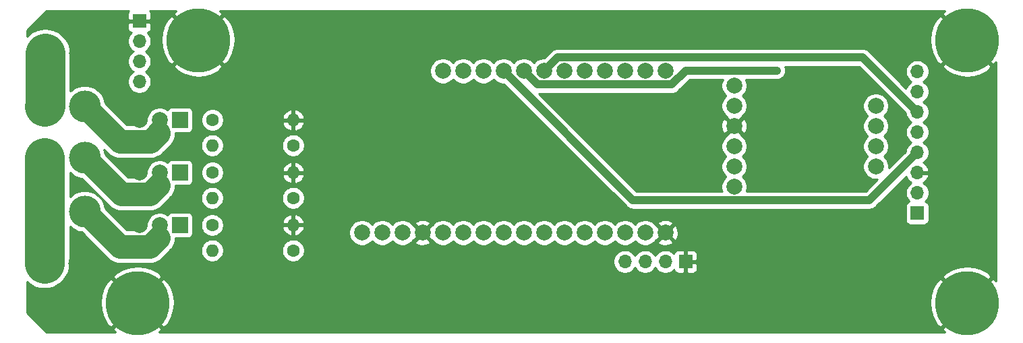
<source format=gbr>
%TF.GenerationSoftware,KiCad,Pcbnew,5.1.6*%
%TF.CreationDate,2020-09-13T19:16:19-07:00*%
%TF.ProjectId,parc,70617263-2e6b-4696-9361-645f70636258,rev?*%
%TF.SameCoordinates,Original*%
%TF.FileFunction,Copper,L2,Bot*%
%TF.FilePolarity,Positive*%
%FSLAX46Y46*%
G04 Gerber Fmt 4.6, Leading zero omitted, Abs format (unit mm)*
G04 Created by KiCad (PCBNEW 5.1.6) date 2020-09-13 19:16:19*
%MOMM*%
%LPD*%
G01*
G04 APERTURE LIST*
%TA.AperFunction,ComponentPad*%
%ADD10C,4.000000*%
%TD*%
%TA.AperFunction,ComponentPad*%
%ADD11C,2.000000*%
%TD*%
%TA.AperFunction,ComponentPad*%
%ADD12R,2.000000X2.000000*%
%TD*%
%TA.AperFunction,ComponentPad*%
%ADD13O,1.600000X1.600000*%
%TD*%
%TA.AperFunction,ComponentPad*%
%ADD14C,1.600000*%
%TD*%
%TA.AperFunction,ComponentPad*%
%ADD15O,1.700000X1.700000*%
%TD*%
%TA.AperFunction,ComponentPad*%
%ADD16R,1.700000X1.700000*%
%TD*%
%TA.AperFunction,ComponentPad*%
%ADD17C,0.900000*%
%TD*%
%TA.AperFunction,ComponentPad*%
%ADD18C,8.000000*%
%TD*%
%TA.AperFunction,ViaPad*%
%ADD19C,1.000000*%
%TD*%
%TA.AperFunction,Conductor*%
%ADD20C,5.000000*%
%TD*%
%TA.AperFunction,Conductor*%
%ADD21C,1.000000*%
%TD*%
%TA.AperFunction,Conductor*%
%ADD22C,3.000000*%
%TD*%
%TA.AperFunction,Conductor*%
%ADD23C,0.254000*%
%TD*%
G04 APERTURE END LIST*
D10*
%TO.P,J1,2*%
%TO.N,B1*%
X77286000Y-84505800D03*
%TO.P,J1,1*%
%TO.N,Net-(J1-Pad1)*%
X82286000Y-84505800D03*
%TD*%
%TO.P,J2,2*%
%TO.N,B1*%
X77343000Y-77851000D03*
%TO.P,J2,1*%
%TO.N,GND*%
X82343000Y-77851000D03*
%TD*%
%TO.P,J3,1*%
%TO.N,Net-(J3-Pad1)*%
X82286000Y-90957400D03*
%TO.P,J3,2*%
%TO.N,B2*%
X77286000Y-90957400D03*
%TD*%
%TO.P,J4,2*%
%TO.N,B2*%
X77286000Y-97713800D03*
%TO.P,J4,1*%
%TO.N,Net-(J4-Pad1)*%
X82286000Y-97713800D03*
%TD*%
%TO.P,J5,1*%
%TO.N,GND*%
X82216000Y-104267000D03*
%TO.P,J5,2*%
%TO.N,B2*%
X77216000Y-104267000D03*
%TD*%
D11*
%TO.P,Q1,3*%
%TO.N,GND*%
X89154000Y-86233000D03*
%TO.P,Q1,2*%
%TO.N,Net-(J1-Pad1)*%
X91694000Y-86233000D03*
D12*
%TO.P,Q1,1*%
%TO.N,Net-(Q1-Pad1)*%
X94234000Y-86233000D03*
%TD*%
%TO.P,Q2,1*%
%TO.N,Net-(Q2-Pad1)*%
X94234000Y-92837000D03*
D11*
%TO.P,Q2,2*%
%TO.N,Net-(J3-Pad1)*%
X91694000Y-92837000D03*
%TO.P,Q2,3*%
%TO.N,GND*%
X89154000Y-92837000D03*
%TD*%
D12*
%TO.P,Q3,1*%
%TO.N,Net-(Q3-Pad1)*%
X94234000Y-99441000D03*
D11*
%TO.P,Q3,2*%
%TO.N,Net-(J4-Pad1)*%
X91694000Y-99441000D03*
%TO.P,Q3,3*%
%TO.N,GND*%
X89154000Y-99441000D03*
%TD*%
D13*
%TO.P,R1,2*%
%TO.N,Net-(Q1-Pad1)*%
X98298000Y-89408000D03*
D14*
%TO.P,R1,1*%
%TO.N,M1*%
X108458000Y-89408000D03*
%TD*%
%TO.P,R2,1*%
%TO.N,Net-(Q1-Pad1)*%
X98323400Y-86233000D03*
D13*
%TO.P,R2,2*%
%TO.N,GND*%
X108483400Y-86233000D03*
%TD*%
D14*
%TO.P,R3,1*%
%TO.N,M2*%
X108458000Y-96012000D03*
D13*
%TO.P,R3,2*%
%TO.N,Net-(Q2-Pad1)*%
X98298000Y-96012000D03*
%TD*%
%TO.P,R4,2*%
%TO.N,GND*%
X108483400Y-92837000D03*
D14*
%TO.P,R4,1*%
%TO.N,Net-(Q2-Pad1)*%
X98323400Y-92837000D03*
%TD*%
D13*
%TO.P,R5,2*%
%TO.N,Net-(Q3-Pad1)*%
X98298000Y-102616000D03*
D14*
%TO.P,R5,1*%
%TO.N,M3*%
X108458000Y-102616000D03*
%TD*%
%TO.P,R6,1*%
%TO.N,Net-(Q3-Pad1)*%
X98298000Y-99415600D03*
D13*
%TO.P,R6,2*%
%TO.N,GND*%
X108458000Y-99415600D03*
%TD*%
D15*
%TO.P,U1,4*%
%TO.N,Net-(U1-Pad4)*%
X150114000Y-104013000D03*
%TO.P,U1,3*%
%TO.N,Net-(U1-Pad3)*%
X152654000Y-104013000D03*
%TO.P,U1,2*%
%TO.N,+5V*%
X155194000Y-104013000D03*
D16*
%TO.P,U1,1*%
%TO.N,GND*%
X157734000Y-104013000D03*
%TD*%
%TO.P,U2,1*%
%TO.N,GND*%
X89154000Y-73787000D03*
D15*
%TO.P,U2,2*%
%TO.N,+5V*%
X89154000Y-76327000D03*
%TO.P,U2,3*%
%TO.N,B1*%
X89154000Y-78867000D03*
%TO.P,U2,4*%
%TO.N,Net-(U2-Pad4)*%
X89154000Y-81407000D03*
%TD*%
D11*
%TO.P,U3,1*%
%TO.N,Net-(U3-Pad1)*%
X117090000Y-100390001D03*
%TO.P,U3,2*%
%TO.N,Net-(U3-Pad2)*%
X119630000Y-100390001D03*
%TO.P,U3,3*%
%TO.N,Net-(U3-Pad3)*%
X122170000Y-100390001D03*
%TO.P,U3,4*%
%TO.N,GND*%
X124710000Y-100390001D03*
%TO.P,U3,5*%
%TO.N,Net-(U3-Pad5)*%
X127250000Y-100390001D03*
%TO.P,U3,6*%
%TO.N,Net-(U3-Pad6)*%
X129790000Y-100390001D03*
%TO.P,U3,7*%
%TO.N,Net-(U3-Pad7)*%
X132330000Y-100390001D03*
%TO.P,U3,8*%
%TO.N,Net-(U3-Pad8)*%
X134870000Y-100390001D03*
%TO.P,U3,9*%
%TO.N,Net-(U3-Pad9)*%
X137410000Y-100390001D03*
%TO.P,U3,10*%
%TO.N,Net-(U3-Pad10)*%
X139950000Y-100390001D03*
%TO.P,U3,11*%
%TO.N,Net-(U3-Pad11)*%
X142490000Y-100390001D03*
%TO.P,U3,12*%
%TO.N,Net-(U3-Pad12)*%
X145030000Y-100390001D03*
%TO.P,U3,13*%
%TO.N,Net-(U3-Pad13)*%
X147570000Y-100390001D03*
%TO.P,U3,14*%
%TO.N,Net-(U1-Pad4)*%
X150110000Y-100390001D03*
%TO.P,U3,15*%
%TO.N,Net-(U1-Pad3)*%
X152650000Y-100390001D03*
%TO.P,U3,16*%
%TO.N,GND*%
X155190000Y-100390001D03*
%TO.P,U3,17*%
%TO.N,Net-(U3-Pad17)*%
X127250000Y-80070001D03*
%TO.P,U3,18*%
%TO.N,Net-(U3-Pad18)*%
X129790000Y-80070001D03*
%TO.P,U3,19*%
%TO.N,+5V*%
X132330000Y-80070001D03*
%TO.P,U3,20*%
%TO.N,Net-(U3-Pad20)*%
X134870000Y-80070001D03*
%TO.P,U3,21*%
%TO.N,Net-(U3-Pad21)*%
X137410000Y-80070001D03*
%TO.P,U3,22*%
%TO.N,Net-(U3-Pad22)*%
X139950000Y-80070001D03*
%TO.P,U3,23*%
%TO.N,Net-(U3-Pad23)*%
X142490000Y-80070001D03*
%TO.P,U3,24*%
%TO.N,M1*%
X145030000Y-80070001D03*
%TO.P,U3,25*%
%TO.N,M2*%
X147570000Y-80070001D03*
%TO.P,U3,26*%
%TO.N,M3*%
X150110000Y-80070001D03*
%TO.P,U3,27*%
%TO.N,Net-(U3-Pad27)*%
X152650000Y-80070001D03*
%TO.P,U3,28*%
%TO.N,Net-(U3-Pad28)*%
X155190000Y-80070001D03*
%TD*%
D16*
%TO.P,U4,1*%
%TO.N,+5V*%
X186817000Y-97917000D03*
D15*
%TO.P,U4,2*%
%TO.N,Net-(U4-Pad2)*%
X186817000Y-95377000D03*
%TO.P,U4,3*%
%TO.N,GND*%
X186817000Y-92837000D03*
%TO.P,U4,4*%
%TO.N,Net-(U3-Pad20)*%
X186817000Y-90297000D03*
%TO.P,U4,5*%
%TO.N,Net-(U3-Pad21)*%
X186817000Y-87757000D03*
%TO.P,U4,6*%
%TO.N,Net-(U3-Pad22)*%
X186817000Y-85217000D03*
%TO.P,U4,7*%
%TO.N,Net-(U3-Pad23)*%
X186817000Y-82677000D03*
%TO.P,U4,8*%
%TO.N,Net-(U4-Pad8)*%
X186817000Y-80137000D03*
%TD*%
D11*
%TO.P,U5,1*%
%TO.N,+5V*%
X163830000Y-81915000D03*
%TO.P,U5,2*%
%TO.N,Net-(U5-Pad2)*%
X163830000Y-84455000D03*
%TO.P,U5,3*%
%TO.N,GND*%
X163830000Y-86995000D03*
%TO.P,U5,4*%
%TO.N,Net-(U3-Pad28)*%
X163830000Y-89535000D03*
%TO.P,U5,5*%
%TO.N,Net-(U3-Pad27)*%
X163830000Y-92075000D03*
%TO.P,U5,6*%
%TO.N,Net-(U5-Pad6)*%
X163830000Y-94615000D03*
%TO.P,U5,7*%
%TO.N,Net-(U5-Pad7)*%
X181610000Y-84455000D03*
%TO.P,U5,8*%
%TO.N,Net-(U5-Pad8)*%
X181610000Y-86995000D03*
%TO.P,U5,9*%
%TO.N,Net-(U5-Pad9)*%
X181610000Y-89535000D03*
%TO.P,U5,10*%
%TO.N,Net-(U5-Pad10)*%
X181610000Y-92075000D03*
%TD*%
D17*
%TO.P,H1,1*%
%TO.N,GND*%
X195161320Y-74078680D03*
X193040000Y-73200000D03*
X190918680Y-74078680D03*
X190040000Y-76200000D03*
X190918680Y-78321320D03*
X193040000Y-79200000D03*
X195161320Y-78321320D03*
X196040000Y-76200000D03*
D18*
X193040000Y-76200000D03*
%TD*%
%TO.P,H2,1*%
%TO.N,GND*%
X88900000Y-109220000D03*
D17*
X91900000Y-109220000D03*
X91021320Y-111341320D03*
X88900000Y-112220000D03*
X86778680Y-111341320D03*
X85900000Y-109220000D03*
X86778680Y-107098680D03*
X88900000Y-106220000D03*
X91021320Y-107098680D03*
%TD*%
%TO.P,H3,1*%
%TO.N,GND*%
X195161320Y-107098680D03*
X193040000Y-106220000D03*
X190918680Y-107098680D03*
X190040000Y-109220000D03*
X190918680Y-111341320D03*
X193040000Y-112220000D03*
X195161320Y-111341320D03*
X196040000Y-109220000D03*
D18*
X193040000Y-109220000D03*
%TD*%
%TO.P,H4,1*%
%TO.N,GND*%
X96520000Y-76200000D03*
D17*
X99520000Y-76200000D03*
X98641320Y-78321320D03*
X96520000Y-79200000D03*
X94398680Y-78321320D03*
X93520000Y-76200000D03*
X94398680Y-74078680D03*
X96520000Y-73200000D03*
X98641320Y-74078680D03*
%TD*%
D19*
%TO.N,GND*%
X173355000Y-99060000D03*
X173355000Y-93980000D03*
%TO.N,Net-(U3-Pad21)*%
X169164000Y-80010000D03*
%TD*%
D20*
%TO.N,B1*%
X77343000Y-84448800D02*
X77286000Y-84505800D01*
X77343000Y-77851000D02*
X77343000Y-84448800D01*
%TO.N,B2*%
X77286000Y-90957400D02*
X77286000Y-97713800D01*
X77286000Y-104197000D02*
X77216000Y-104267000D01*
X77286000Y-97713800D02*
X77286000Y-104197000D01*
D21*
%TO.N,Net-(U3-Pad20)*%
X151115000Y-96315001D02*
X134870000Y-80070001D01*
X180798999Y-96315001D02*
X151115000Y-96315001D01*
X186817000Y-90297000D02*
X180798999Y-96315001D01*
%TO.N,Net-(U3-Pad21)*%
X139110001Y-81770002D02*
X137410000Y-80070001D01*
X156006001Y-81770002D02*
X139110001Y-81770002D01*
X157766003Y-80010000D02*
X156006001Y-81770002D01*
X169164000Y-80010000D02*
X157766003Y-80010000D01*
%TO.N,Net-(U3-Pad22)*%
X179970000Y-78370000D02*
X141650001Y-78370000D01*
X141650001Y-78370000D02*
X139950000Y-80070001D01*
X186817000Y-85217000D02*
X179970000Y-78370000D01*
D22*
%TO.N,Net-(J1-Pad1)*%
X91533999Y-87917001D02*
X91533999Y-87849003D01*
X90517999Y-88933001D02*
X91533999Y-87917001D01*
X86713201Y-88933001D02*
X90517999Y-88933001D01*
X82286000Y-84505800D02*
X86713201Y-88933001D01*
%TO.N,Net-(J3-Pad1)*%
X90450001Y-95537001D02*
X91533999Y-94453003D01*
X86865601Y-95537001D02*
X90450001Y-95537001D01*
X82286000Y-90957400D02*
X86865601Y-95537001D01*
%TO.N,Net-(J4-Pad1)*%
X90450001Y-102141001D02*
X91533999Y-101057003D01*
X86713201Y-102141001D02*
X90450001Y-102141001D01*
X82286000Y-97713800D02*
X86713201Y-102141001D01*
%TD*%
D23*
%TO.N,GND*%
G36*
X87773463Y-72582506D02*
G01*
X87714498Y-72692820D01*
X87678188Y-72812518D01*
X87665928Y-72937000D01*
X87669000Y-73501250D01*
X87827750Y-73660000D01*
X89027000Y-73660000D01*
X89027000Y-73640000D01*
X89281000Y-73640000D01*
X89281000Y-73660000D01*
X90480250Y-73660000D01*
X90639000Y-73501250D01*
X90642072Y-72937000D01*
X90629812Y-72812518D01*
X90593502Y-72692820D01*
X90534537Y-72582506D01*
X90480778Y-72517000D01*
X93759957Y-72517000D01*
X93430025Y-72930420D01*
X96520000Y-76020395D01*
X99609975Y-72930420D01*
X99280043Y-72517000D01*
X190279957Y-72517000D01*
X189950025Y-72930420D01*
X193040000Y-76020395D01*
X193054143Y-76006253D01*
X193233748Y-76185858D01*
X193219605Y-76200000D01*
X196309580Y-79289975D01*
X196723000Y-78960043D01*
X196723000Y-106459957D01*
X196309580Y-106130025D01*
X193219605Y-109220000D01*
X193233748Y-109234143D01*
X193054143Y-109413748D01*
X193040000Y-109399605D01*
X189950025Y-112489580D01*
X190279957Y-112903000D01*
X91660043Y-112903000D01*
X91989975Y-112489580D01*
X88900000Y-109399605D01*
X85810025Y-112489580D01*
X86139957Y-112903000D01*
X77522606Y-112903000D01*
X75057000Y-110437394D01*
X75057000Y-109164121D01*
X84242909Y-109164121D01*
X84321492Y-110073748D01*
X84576025Y-110950566D01*
X84996725Y-111760879D01*
X85058815Y-111853803D01*
X85630420Y-112309975D01*
X88720395Y-109220000D01*
X89079605Y-109220000D01*
X92169580Y-112309975D01*
X92741185Y-111853803D01*
X93181207Y-111053817D01*
X93456704Y-110183359D01*
X93557091Y-109275879D01*
X93547437Y-109164121D01*
X188382909Y-109164121D01*
X188461492Y-110073748D01*
X188716025Y-110950566D01*
X189136725Y-111760879D01*
X189198815Y-111853803D01*
X189770420Y-112309975D01*
X192860395Y-109220000D01*
X189770420Y-106130025D01*
X189198815Y-106586197D01*
X188758793Y-107386183D01*
X188483296Y-108256641D01*
X188382909Y-109164121D01*
X93547437Y-109164121D01*
X93478508Y-108366252D01*
X93223975Y-107489434D01*
X92803275Y-106679121D01*
X92741185Y-106586197D01*
X92169580Y-106130025D01*
X89079605Y-109220000D01*
X88720395Y-109220000D01*
X85630420Y-106130025D01*
X85058815Y-106586197D01*
X84618793Y-107386183D01*
X84343296Y-108256641D01*
X84242909Y-109164121D01*
X75057000Y-109164121D01*
X75057000Y-106550725D01*
X75465861Y-106886268D01*
X76010483Y-107177375D01*
X76601433Y-107356638D01*
X77216000Y-107417167D01*
X77830567Y-107356638D01*
X78421517Y-107177375D01*
X78966139Y-106886268D01*
X79323883Y-106592675D01*
X79393875Y-106522683D01*
X79513505Y-106424505D01*
X79902577Y-105950420D01*
X85810025Y-105950420D01*
X88900000Y-109040395D01*
X91989975Y-105950420D01*
X189950025Y-105950420D01*
X193040000Y-109040395D01*
X196129975Y-105950420D01*
X195673803Y-105378815D01*
X194873817Y-104938793D01*
X194003359Y-104663296D01*
X193095879Y-104562909D01*
X192186252Y-104641492D01*
X191309434Y-104896025D01*
X190499121Y-105316725D01*
X190406197Y-105378815D01*
X189950025Y-105950420D01*
X91989975Y-105950420D01*
X91533803Y-105378815D01*
X90733817Y-104938793D01*
X89863359Y-104663296D01*
X88955879Y-104562909D01*
X88046252Y-104641492D01*
X87169434Y-104896025D01*
X86359121Y-105316725D01*
X86266197Y-105378815D01*
X85810025Y-105950420D01*
X79902577Y-105950420D01*
X79905269Y-105947140D01*
X80196376Y-105402517D01*
X80375638Y-104811567D01*
X80421000Y-104351002D01*
X80421000Y-104350994D01*
X80436167Y-104197000D01*
X80421000Y-104043005D01*
X80421000Y-99575253D01*
X80606285Y-99760538D01*
X81037859Y-100048907D01*
X81517399Y-100247539D01*
X81870662Y-100317807D01*
X85129364Y-103576509D01*
X85196224Y-103657978D01*
X85521320Y-103924778D01*
X85676036Y-104007475D01*
X85892219Y-104123027D01*
X86294667Y-104245109D01*
X86332202Y-104248806D01*
X86608319Y-104276001D01*
X86608326Y-104276001D01*
X86713201Y-104286330D01*
X86818075Y-104276001D01*
X90345129Y-104276001D01*
X90450001Y-104286330D01*
X90554873Y-104276001D01*
X90554883Y-104276001D01*
X90868534Y-104245109D01*
X91270983Y-104123027D01*
X91641882Y-103924778D01*
X91966978Y-103657978D01*
X92033839Y-103576508D01*
X93117834Y-102492512D01*
X93132480Y-102474665D01*
X96863000Y-102474665D01*
X96863000Y-102757335D01*
X96918147Y-103034574D01*
X97026320Y-103295727D01*
X97183363Y-103530759D01*
X97383241Y-103730637D01*
X97618273Y-103887680D01*
X97879426Y-103995853D01*
X98156665Y-104051000D01*
X98439335Y-104051000D01*
X98716574Y-103995853D01*
X98977727Y-103887680D01*
X99212759Y-103730637D01*
X99412637Y-103530759D01*
X99569680Y-103295727D01*
X99677853Y-103034574D01*
X99733000Y-102757335D01*
X99733000Y-102474665D01*
X107023000Y-102474665D01*
X107023000Y-102757335D01*
X107078147Y-103034574D01*
X107186320Y-103295727D01*
X107343363Y-103530759D01*
X107543241Y-103730637D01*
X107778273Y-103887680D01*
X108039426Y-103995853D01*
X108316665Y-104051000D01*
X108599335Y-104051000D01*
X108876574Y-103995853D01*
X109137727Y-103887680D01*
X109169065Y-103866740D01*
X148629000Y-103866740D01*
X148629000Y-104159260D01*
X148686068Y-104446158D01*
X148798010Y-104716411D01*
X148960525Y-104959632D01*
X149167368Y-105166475D01*
X149410589Y-105328990D01*
X149680842Y-105440932D01*
X149967740Y-105498000D01*
X150260260Y-105498000D01*
X150547158Y-105440932D01*
X150817411Y-105328990D01*
X151060632Y-105166475D01*
X151267475Y-104959632D01*
X151384000Y-104785240D01*
X151500525Y-104959632D01*
X151707368Y-105166475D01*
X151950589Y-105328990D01*
X152220842Y-105440932D01*
X152507740Y-105498000D01*
X152800260Y-105498000D01*
X153087158Y-105440932D01*
X153357411Y-105328990D01*
X153600632Y-105166475D01*
X153807475Y-104959632D01*
X153924000Y-104785240D01*
X154040525Y-104959632D01*
X154247368Y-105166475D01*
X154490589Y-105328990D01*
X154760842Y-105440932D01*
X155047740Y-105498000D01*
X155340260Y-105498000D01*
X155627158Y-105440932D01*
X155897411Y-105328990D01*
X156140632Y-105166475D01*
X156272487Y-105034620D01*
X156294498Y-105107180D01*
X156353463Y-105217494D01*
X156432815Y-105314185D01*
X156529506Y-105393537D01*
X156639820Y-105452502D01*
X156759518Y-105488812D01*
X156884000Y-105501072D01*
X157448250Y-105498000D01*
X157607000Y-105339250D01*
X157607000Y-104140000D01*
X157861000Y-104140000D01*
X157861000Y-105339250D01*
X158019750Y-105498000D01*
X158584000Y-105501072D01*
X158708482Y-105488812D01*
X158828180Y-105452502D01*
X158938494Y-105393537D01*
X159035185Y-105314185D01*
X159114537Y-105217494D01*
X159173502Y-105107180D01*
X159209812Y-104987482D01*
X159222072Y-104863000D01*
X159219000Y-104298750D01*
X159060250Y-104140000D01*
X157861000Y-104140000D01*
X157607000Y-104140000D01*
X157587000Y-104140000D01*
X157587000Y-103886000D01*
X157607000Y-103886000D01*
X157607000Y-102686750D01*
X157861000Y-102686750D01*
X157861000Y-103886000D01*
X159060250Y-103886000D01*
X159219000Y-103727250D01*
X159222072Y-103163000D01*
X159209812Y-103038518D01*
X159173502Y-102918820D01*
X159114537Y-102808506D01*
X159035185Y-102711815D01*
X158938494Y-102632463D01*
X158828180Y-102573498D01*
X158708482Y-102537188D01*
X158584000Y-102524928D01*
X158019750Y-102528000D01*
X157861000Y-102686750D01*
X157607000Y-102686750D01*
X157448250Y-102528000D01*
X156884000Y-102524928D01*
X156759518Y-102537188D01*
X156639820Y-102573498D01*
X156529506Y-102632463D01*
X156432815Y-102711815D01*
X156353463Y-102808506D01*
X156294498Y-102918820D01*
X156272487Y-102991380D01*
X156140632Y-102859525D01*
X155897411Y-102697010D01*
X155627158Y-102585068D01*
X155340260Y-102528000D01*
X155047740Y-102528000D01*
X154760842Y-102585068D01*
X154490589Y-102697010D01*
X154247368Y-102859525D01*
X154040525Y-103066368D01*
X153924000Y-103240760D01*
X153807475Y-103066368D01*
X153600632Y-102859525D01*
X153357411Y-102697010D01*
X153087158Y-102585068D01*
X152800260Y-102528000D01*
X152507740Y-102528000D01*
X152220842Y-102585068D01*
X151950589Y-102697010D01*
X151707368Y-102859525D01*
X151500525Y-103066368D01*
X151384000Y-103240760D01*
X151267475Y-103066368D01*
X151060632Y-102859525D01*
X150817411Y-102697010D01*
X150547158Y-102585068D01*
X150260260Y-102528000D01*
X149967740Y-102528000D01*
X149680842Y-102585068D01*
X149410589Y-102697010D01*
X149167368Y-102859525D01*
X148960525Y-103066368D01*
X148798010Y-103309589D01*
X148686068Y-103579842D01*
X148629000Y-103866740D01*
X109169065Y-103866740D01*
X109372759Y-103730637D01*
X109572637Y-103530759D01*
X109729680Y-103295727D01*
X109837853Y-103034574D01*
X109893000Y-102757335D01*
X109893000Y-102474665D01*
X109837853Y-102197426D01*
X109729680Y-101936273D01*
X109572637Y-101701241D01*
X109372759Y-101501363D01*
X109137727Y-101344320D01*
X108876574Y-101236147D01*
X108599335Y-101181000D01*
X108316665Y-101181000D01*
X108039426Y-101236147D01*
X107778273Y-101344320D01*
X107543241Y-101501363D01*
X107343363Y-101701241D01*
X107186320Y-101936273D01*
X107078147Y-102197426D01*
X107023000Y-102474665D01*
X99733000Y-102474665D01*
X99677853Y-102197426D01*
X99569680Y-101936273D01*
X99412637Y-101701241D01*
X99212759Y-101501363D01*
X98977727Y-101344320D01*
X98716574Y-101236147D01*
X98439335Y-101181000D01*
X98156665Y-101181000D01*
X97879426Y-101236147D01*
X97618273Y-101344320D01*
X97383241Y-101501363D01*
X97183363Y-101701241D01*
X97026320Y-101936273D01*
X96918147Y-102197426D01*
X96863000Y-102474665D01*
X93132480Y-102474665D01*
X93317775Y-102248884D01*
X93516025Y-101877985D01*
X93638107Y-101475537D01*
X93677154Y-101079072D01*
X95234000Y-101079072D01*
X95358482Y-101066812D01*
X95478180Y-101030502D01*
X95588494Y-100971537D01*
X95685185Y-100892185D01*
X95764537Y-100795494D01*
X95823502Y-100685180D01*
X95859812Y-100565482D01*
X95872072Y-100441000D01*
X95872072Y-99274265D01*
X96863000Y-99274265D01*
X96863000Y-99556935D01*
X96918147Y-99834174D01*
X97026320Y-100095327D01*
X97183363Y-100330359D01*
X97383241Y-100530237D01*
X97618273Y-100687280D01*
X97879426Y-100795453D01*
X98156665Y-100850600D01*
X98439335Y-100850600D01*
X98716574Y-100795453D01*
X98977727Y-100687280D01*
X99212759Y-100530237D01*
X99412637Y-100330359D01*
X99569680Y-100095327D01*
X99677853Y-99834174D01*
X99691684Y-99764639D01*
X107066096Y-99764639D01*
X107106754Y-99898687D01*
X107226963Y-100153020D01*
X107394481Y-100379014D01*
X107602869Y-100567985D01*
X107844119Y-100712670D01*
X108108960Y-100807509D01*
X108331000Y-100686224D01*
X108331000Y-99542600D01*
X108585000Y-99542600D01*
X108585000Y-100686224D01*
X108807040Y-100807509D01*
X109071881Y-100712670D01*
X109313131Y-100567985D01*
X109521519Y-100379014D01*
X109632740Y-100228968D01*
X115455000Y-100228968D01*
X115455000Y-100551034D01*
X115517832Y-100866913D01*
X115641082Y-101164464D01*
X115820013Y-101432253D01*
X116047748Y-101659988D01*
X116315537Y-101838919D01*
X116613088Y-101962169D01*
X116928967Y-102025001D01*
X117251033Y-102025001D01*
X117566912Y-101962169D01*
X117864463Y-101838919D01*
X118132252Y-101659988D01*
X118359987Y-101432253D01*
X118360000Y-101432234D01*
X118360013Y-101432253D01*
X118587748Y-101659988D01*
X118855537Y-101838919D01*
X119153088Y-101962169D01*
X119468967Y-102025001D01*
X119791033Y-102025001D01*
X120106912Y-101962169D01*
X120404463Y-101838919D01*
X120672252Y-101659988D01*
X120899987Y-101432253D01*
X120900000Y-101432234D01*
X120900013Y-101432253D01*
X121127748Y-101659988D01*
X121395537Y-101838919D01*
X121693088Y-101962169D01*
X122008967Y-102025001D01*
X122331033Y-102025001D01*
X122646912Y-101962169D01*
X122944463Y-101838919D01*
X123212252Y-101659988D01*
X123346826Y-101525414D01*
X123754192Y-101525414D01*
X123849956Y-101789815D01*
X124139571Y-101930705D01*
X124451108Y-102012385D01*
X124772595Y-102031719D01*
X125091675Y-101987962D01*
X125396088Y-101882796D01*
X125570044Y-101789815D01*
X125665808Y-101525414D01*
X124710000Y-100569606D01*
X123754192Y-101525414D01*
X123346826Y-101525414D01*
X123439987Y-101432253D01*
X123512720Y-101323401D01*
X123574587Y-101345809D01*
X124530395Y-100390001D01*
X124889605Y-100390001D01*
X125845413Y-101345809D01*
X125907280Y-101323401D01*
X125980013Y-101432253D01*
X126207748Y-101659988D01*
X126475537Y-101838919D01*
X126773088Y-101962169D01*
X127088967Y-102025001D01*
X127411033Y-102025001D01*
X127726912Y-101962169D01*
X128024463Y-101838919D01*
X128292252Y-101659988D01*
X128519987Y-101432253D01*
X128520000Y-101432234D01*
X128520013Y-101432253D01*
X128747748Y-101659988D01*
X129015537Y-101838919D01*
X129313088Y-101962169D01*
X129628967Y-102025001D01*
X129951033Y-102025001D01*
X130266912Y-101962169D01*
X130564463Y-101838919D01*
X130832252Y-101659988D01*
X131059987Y-101432253D01*
X131060000Y-101432234D01*
X131060013Y-101432253D01*
X131287748Y-101659988D01*
X131555537Y-101838919D01*
X131853088Y-101962169D01*
X132168967Y-102025001D01*
X132491033Y-102025001D01*
X132806912Y-101962169D01*
X133104463Y-101838919D01*
X133372252Y-101659988D01*
X133599987Y-101432253D01*
X133600000Y-101432234D01*
X133600013Y-101432253D01*
X133827748Y-101659988D01*
X134095537Y-101838919D01*
X134393088Y-101962169D01*
X134708967Y-102025001D01*
X135031033Y-102025001D01*
X135346912Y-101962169D01*
X135644463Y-101838919D01*
X135912252Y-101659988D01*
X136139987Y-101432253D01*
X136140000Y-101432234D01*
X136140013Y-101432253D01*
X136367748Y-101659988D01*
X136635537Y-101838919D01*
X136933088Y-101962169D01*
X137248967Y-102025001D01*
X137571033Y-102025001D01*
X137886912Y-101962169D01*
X138184463Y-101838919D01*
X138452252Y-101659988D01*
X138679987Y-101432253D01*
X138680000Y-101432234D01*
X138680013Y-101432253D01*
X138907748Y-101659988D01*
X139175537Y-101838919D01*
X139473088Y-101962169D01*
X139788967Y-102025001D01*
X140111033Y-102025001D01*
X140426912Y-101962169D01*
X140724463Y-101838919D01*
X140992252Y-101659988D01*
X141219987Y-101432253D01*
X141220000Y-101432234D01*
X141220013Y-101432253D01*
X141447748Y-101659988D01*
X141715537Y-101838919D01*
X142013088Y-101962169D01*
X142328967Y-102025001D01*
X142651033Y-102025001D01*
X142966912Y-101962169D01*
X143264463Y-101838919D01*
X143532252Y-101659988D01*
X143759987Y-101432253D01*
X143760000Y-101432234D01*
X143760013Y-101432253D01*
X143987748Y-101659988D01*
X144255537Y-101838919D01*
X144553088Y-101962169D01*
X144868967Y-102025001D01*
X145191033Y-102025001D01*
X145506912Y-101962169D01*
X145804463Y-101838919D01*
X146072252Y-101659988D01*
X146299987Y-101432253D01*
X146300000Y-101432234D01*
X146300013Y-101432253D01*
X146527748Y-101659988D01*
X146795537Y-101838919D01*
X147093088Y-101962169D01*
X147408967Y-102025001D01*
X147731033Y-102025001D01*
X148046912Y-101962169D01*
X148344463Y-101838919D01*
X148612252Y-101659988D01*
X148839987Y-101432253D01*
X148840000Y-101432234D01*
X148840013Y-101432253D01*
X149067748Y-101659988D01*
X149335537Y-101838919D01*
X149633088Y-101962169D01*
X149948967Y-102025001D01*
X150271033Y-102025001D01*
X150586912Y-101962169D01*
X150884463Y-101838919D01*
X151152252Y-101659988D01*
X151379987Y-101432253D01*
X151380000Y-101432234D01*
X151380013Y-101432253D01*
X151607748Y-101659988D01*
X151875537Y-101838919D01*
X152173088Y-101962169D01*
X152488967Y-102025001D01*
X152811033Y-102025001D01*
X153126912Y-101962169D01*
X153424463Y-101838919D01*
X153692252Y-101659988D01*
X153826826Y-101525414D01*
X154234192Y-101525414D01*
X154329956Y-101789815D01*
X154619571Y-101930705D01*
X154931108Y-102012385D01*
X155252595Y-102031719D01*
X155571675Y-101987962D01*
X155876088Y-101882796D01*
X156050044Y-101789815D01*
X156145808Y-101525414D01*
X155190000Y-100569606D01*
X154234192Y-101525414D01*
X153826826Y-101525414D01*
X153919987Y-101432253D01*
X153992720Y-101323401D01*
X154054587Y-101345809D01*
X155010395Y-100390001D01*
X155369605Y-100390001D01*
X156325413Y-101345809D01*
X156589814Y-101250045D01*
X156730704Y-100960430D01*
X156812384Y-100648893D01*
X156831718Y-100327406D01*
X156787961Y-100008326D01*
X156682795Y-99703913D01*
X156589814Y-99529957D01*
X156325413Y-99434193D01*
X155369605Y-100390001D01*
X155010395Y-100390001D01*
X154054587Y-99434193D01*
X153992720Y-99456601D01*
X153919987Y-99347749D01*
X153826826Y-99254588D01*
X154234192Y-99254588D01*
X155190000Y-100210396D01*
X156145808Y-99254588D01*
X156050044Y-98990187D01*
X155760429Y-98849297D01*
X155448892Y-98767617D01*
X155127405Y-98748283D01*
X154808325Y-98792040D01*
X154503912Y-98897206D01*
X154329956Y-98990187D01*
X154234192Y-99254588D01*
X153826826Y-99254588D01*
X153692252Y-99120014D01*
X153424463Y-98941083D01*
X153126912Y-98817833D01*
X152811033Y-98755001D01*
X152488967Y-98755001D01*
X152173088Y-98817833D01*
X151875537Y-98941083D01*
X151607748Y-99120014D01*
X151380013Y-99347749D01*
X151380000Y-99347768D01*
X151379987Y-99347749D01*
X151152252Y-99120014D01*
X150884463Y-98941083D01*
X150586912Y-98817833D01*
X150271033Y-98755001D01*
X149948967Y-98755001D01*
X149633088Y-98817833D01*
X149335537Y-98941083D01*
X149067748Y-99120014D01*
X148840013Y-99347749D01*
X148840000Y-99347768D01*
X148839987Y-99347749D01*
X148612252Y-99120014D01*
X148344463Y-98941083D01*
X148046912Y-98817833D01*
X147731033Y-98755001D01*
X147408967Y-98755001D01*
X147093088Y-98817833D01*
X146795537Y-98941083D01*
X146527748Y-99120014D01*
X146300013Y-99347749D01*
X146300000Y-99347768D01*
X146299987Y-99347749D01*
X146072252Y-99120014D01*
X145804463Y-98941083D01*
X145506912Y-98817833D01*
X145191033Y-98755001D01*
X144868967Y-98755001D01*
X144553088Y-98817833D01*
X144255537Y-98941083D01*
X143987748Y-99120014D01*
X143760013Y-99347749D01*
X143760000Y-99347768D01*
X143759987Y-99347749D01*
X143532252Y-99120014D01*
X143264463Y-98941083D01*
X142966912Y-98817833D01*
X142651033Y-98755001D01*
X142328967Y-98755001D01*
X142013088Y-98817833D01*
X141715537Y-98941083D01*
X141447748Y-99120014D01*
X141220013Y-99347749D01*
X141220000Y-99347768D01*
X141219987Y-99347749D01*
X140992252Y-99120014D01*
X140724463Y-98941083D01*
X140426912Y-98817833D01*
X140111033Y-98755001D01*
X139788967Y-98755001D01*
X139473088Y-98817833D01*
X139175537Y-98941083D01*
X138907748Y-99120014D01*
X138680013Y-99347749D01*
X138680000Y-99347768D01*
X138679987Y-99347749D01*
X138452252Y-99120014D01*
X138184463Y-98941083D01*
X137886912Y-98817833D01*
X137571033Y-98755001D01*
X137248967Y-98755001D01*
X136933088Y-98817833D01*
X136635537Y-98941083D01*
X136367748Y-99120014D01*
X136140013Y-99347749D01*
X136140000Y-99347768D01*
X136139987Y-99347749D01*
X135912252Y-99120014D01*
X135644463Y-98941083D01*
X135346912Y-98817833D01*
X135031033Y-98755001D01*
X134708967Y-98755001D01*
X134393088Y-98817833D01*
X134095537Y-98941083D01*
X133827748Y-99120014D01*
X133600013Y-99347749D01*
X133600000Y-99347768D01*
X133599987Y-99347749D01*
X133372252Y-99120014D01*
X133104463Y-98941083D01*
X132806912Y-98817833D01*
X132491033Y-98755001D01*
X132168967Y-98755001D01*
X131853088Y-98817833D01*
X131555537Y-98941083D01*
X131287748Y-99120014D01*
X131060013Y-99347749D01*
X131060000Y-99347768D01*
X131059987Y-99347749D01*
X130832252Y-99120014D01*
X130564463Y-98941083D01*
X130266912Y-98817833D01*
X129951033Y-98755001D01*
X129628967Y-98755001D01*
X129313088Y-98817833D01*
X129015537Y-98941083D01*
X128747748Y-99120014D01*
X128520013Y-99347749D01*
X128520000Y-99347768D01*
X128519987Y-99347749D01*
X128292252Y-99120014D01*
X128024463Y-98941083D01*
X127726912Y-98817833D01*
X127411033Y-98755001D01*
X127088967Y-98755001D01*
X126773088Y-98817833D01*
X126475537Y-98941083D01*
X126207748Y-99120014D01*
X125980013Y-99347749D01*
X125907280Y-99456601D01*
X125845413Y-99434193D01*
X124889605Y-100390001D01*
X124530395Y-100390001D01*
X123574587Y-99434193D01*
X123512720Y-99456601D01*
X123439987Y-99347749D01*
X123346826Y-99254588D01*
X123754192Y-99254588D01*
X124710000Y-100210396D01*
X125665808Y-99254588D01*
X125570044Y-98990187D01*
X125280429Y-98849297D01*
X124968892Y-98767617D01*
X124647405Y-98748283D01*
X124328325Y-98792040D01*
X124023912Y-98897206D01*
X123849956Y-98990187D01*
X123754192Y-99254588D01*
X123346826Y-99254588D01*
X123212252Y-99120014D01*
X122944463Y-98941083D01*
X122646912Y-98817833D01*
X122331033Y-98755001D01*
X122008967Y-98755001D01*
X121693088Y-98817833D01*
X121395537Y-98941083D01*
X121127748Y-99120014D01*
X120900013Y-99347749D01*
X120900000Y-99347768D01*
X120899987Y-99347749D01*
X120672252Y-99120014D01*
X120404463Y-98941083D01*
X120106912Y-98817833D01*
X119791033Y-98755001D01*
X119468967Y-98755001D01*
X119153088Y-98817833D01*
X118855537Y-98941083D01*
X118587748Y-99120014D01*
X118360013Y-99347749D01*
X118360000Y-99347768D01*
X118359987Y-99347749D01*
X118132252Y-99120014D01*
X117864463Y-98941083D01*
X117566912Y-98817833D01*
X117251033Y-98755001D01*
X116928967Y-98755001D01*
X116613088Y-98817833D01*
X116315537Y-98941083D01*
X116047748Y-99120014D01*
X115820013Y-99347749D01*
X115641082Y-99615538D01*
X115517832Y-99913089D01*
X115455000Y-100228968D01*
X109632740Y-100228968D01*
X109689037Y-100153020D01*
X109809246Y-99898687D01*
X109849904Y-99764639D01*
X109727915Y-99542600D01*
X108585000Y-99542600D01*
X108331000Y-99542600D01*
X107188085Y-99542600D01*
X107066096Y-99764639D01*
X99691684Y-99764639D01*
X99733000Y-99556935D01*
X99733000Y-99274265D01*
X99691685Y-99066561D01*
X107066096Y-99066561D01*
X107188085Y-99288600D01*
X108331000Y-99288600D01*
X108331000Y-98144976D01*
X108585000Y-98144976D01*
X108585000Y-99288600D01*
X109727915Y-99288600D01*
X109849904Y-99066561D01*
X109809246Y-98932513D01*
X109689037Y-98678180D01*
X109521519Y-98452186D01*
X109313131Y-98263215D01*
X109071881Y-98118530D01*
X108807040Y-98023691D01*
X108585000Y-98144976D01*
X108331000Y-98144976D01*
X108108960Y-98023691D01*
X107844119Y-98118530D01*
X107602869Y-98263215D01*
X107394481Y-98452186D01*
X107226963Y-98678180D01*
X107106754Y-98932513D01*
X107066096Y-99066561D01*
X99691685Y-99066561D01*
X99677853Y-98997026D01*
X99569680Y-98735873D01*
X99412637Y-98500841D01*
X99212759Y-98300963D01*
X98977727Y-98143920D01*
X98716574Y-98035747D01*
X98439335Y-97980600D01*
X98156665Y-97980600D01*
X97879426Y-98035747D01*
X97618273Y-98143920D01*
X97383241Y-98300963D01*
X97183363Y-98500841D01*
X97026320Y-98735873D01*
X96918147Y-98997026D01*
X96863000Y-99274265D01*
X95872072Y-99274265D01*
X95872072Y-98441000D01*
X95859812Y-98316518D01*
X95823502Y-98196820D01*
X95764537Y-98086506D01*
X95685185Y-97989815D01*
X95588494Y-97910463D01*
X95478180Y-97851498D01*
X95358482Y-97815188D01*
X95234000Y-97802928D01*
X93234000Y-97802928D01*
X93109518Y-97815188D01*
X92989820Y-97851498D01*
X92879506Y-97910463D01*
X92782815Y-97989815D01*
X92703463Y-98086506D01*
X92678809Y-98132630D01*
X92468463Y-97992082D01*
X92170912Y-97868832D01*
X91855033Y-97806000D01*
X91532967Y-97806000D01*
X91217088Y-97868832D01*
X90919537Y-97992082D01*
X90651748Y-98171013D01*
X90424013Y-98398748D01*
X90245082Y-98666537D01*
X90121832Y-98964088D01*
X90059000Y-99279967D01*
X90059000Y-99512658D01*
X89565657Y-100006001D01*
X87597546Y-100006001D01*
X84890007Y-97298462D01*
X84819739Y-96945199D01*
X84621107Y-96465659D01*
X84332738Y-96034085D01*
X83965715Y-95667062D01*
X83534141Y-95378693D01*
X83054601Y-95180061D01*
X82545525Y-95078800D01*
X82026475Y-95078800D01*
X81517399Y-95180061D01*
X81037859Y-95378693D01*
X80606285Y-95667062D01*
X80421000Y-95852347D01*
X80421000Y-92818853D01*
X80606285Y-93004138D01*
X81037859Y-93292507D01*
X81517399Y-93491139D01*
X81870662Y-93561407D01*
X85281768Y-96972514D01*
X85348624Y-97053978D01*
X85430088Y-97120834D01*
X85430090Y-97120836D01*
X85437159Y-97126637D01*
X85673720Y-97320778D01*
X85884753Y-97433577D01*
X86044619Y-97519027D01*
X86447067Y-97641109D01*
X86484602Y-97644806D01*
X86760719Y-97672001D01*
X86760726Y-97672001D01*
X86865601Y-97682330D01*
X86970475Y-97672001D01*
X90345129Y-97672001D01*
X90450001Y-97682330D01*
X90554873Y-97672001D01*
X90554883Y-97672001D01*
X90868534Y-97641109D01*
X91270983Y-97519027D01*
X91641882Y-97320778D01*
X91966978Y-97053978D01*
X92033839Y-96972508D01*
X93117834Y-95888512D01*
X93132480Y-95870665D01*
X96863000Y-95870665D01*
X96863000Y-96153335D01*
X96918147Y-96430574D01*
X97026320Y-96691727D01*
X97183363Y-96926759D01*
X97383241Y-97126637D01*
X97618273Y-97283680D01*
X97879426Y-97391853D01*
X98156665Y-97447000D01*
X98439335Y-97447000D01*
X98716574Y-97391853D01*
X98977727Y-97283680D01*
X99212759Y-97126637D01*
X99412637Y-96926759D01*
X99569680Y-96691727D01*
X99677853Y-96430574D01*
X99733000Y-96153335D01*
X99733000Y-95870665D01*
X107023000Y-95870665D01*
X107023000Y-96153335D01*
X107078147Y-96430574D01*
X107186320Y-96691727D01*
X107343363Y-96926759D01*
X107543241Y-97126637D01*
X107778273Y-97283680D01*
X108039426Y-97391853D01*
X108316665Y-97447000D01*
X108599335Y-97447000D01*
X108876574Y-97391853D01*
X109137727Y-97283680D01*
X109372759Y-97126637D01*
X109572637Y-96926759D01*
X109729680Y-96691727D01*
X109837853Y-96430574D01*
X109893000Y-96153335D01*
X109893000Y-95870665D01*
X109837853Y-95593426D01*
X109729680Y-95332273D01*
X109572637Y-95097241D01*
X109372759Y-94897363D01*
X109137727Y-94740320D01*
X108876574Y-94632147D01*
X108599335Y-94577000D01*
X108316665Y-94577000D01*
X108039426Y-94632147D01*
X107778273Y-94740320D01*
X107543241Y-94897363D01*
X107343363Y-95097241D01*
X107186320Y-95332273D01*
X107078147Y-95593426D01*
X107023000Y-95870665D01*
X99733000Y-95870665D01*
X99677853Y-95593426D01*
X99569680Y-95332273D01*
X99412637Y-95097241D01*
X99212759Y-94897363D01*
X98977727Y-94740320D01*
X98716574Y-94632147D01*
X98439335Y-94577000D01*
X98156665Y-94577000D01*
X97879426Y-94632147D01*
X97618273Y-94740320D01*
X97383241Y-94897363D01*
X97183363Y-95097241D01*
X97026320Y-95332273D01*
X96918147Y-95593426D01*
X96863000Y-95870665D01*
X93132480Y-95870665D01*
X93317775Y-95644884D01*
X93516025Y-95273985D01*
X93638107Y-94871537D01*
X93677154Y-94475072D01*
X95234000Y-94475072D01*
X95358482Y-94462812D01*
X95478180Y-94426502D01*
X95588494Y-94367537D01*
X95685185Y-94288185D01*
X95764537Y-94191494D01*
X95823502Y-94081180D01*
X95859812Y-93961482D01*
X95872072Y-93837000D01*
X95872072Y-92695665D01*
X96888400Y-92695665D01*
X96888400Y-92978335D01*
X96943547Y-93255574D01*
X97051720Y-93516727D01*
X97208763Y-93751759D01*
X97408641Y-93951637D01*
X97643673Y-94108680D01*
X97904826Y-94216853D01*
X98182065Y-94272000D01*
X98464735Y-94272000D01*
X98741974Y-94216853D01*
X99003127Y-94108680D01*
X99238159Y-93951637D01*
X99438037Y-93751759D01*
X99595080Y-93516727D01*
X99703253Y-93255574D01*
X99717084Y-93186039D01*
X107091496Y-93186039D01*
X107132154Y-93320087D01*
X107252363Y-93574420D01*
X107419881Y-93800414D01*
X107628269Y-93989385D01*
X107869519Y-94134070D01*
X108134360Y-94228909D01*
X108356400Y-94107624D01*
X108356400Y-92964000D01*
X108610400Y-92964000D01*
X108610400Y-94107624D01*
X108832440Y-94228909D01*
X109097281Y-94134070D01*
X109338531Y-93989385D01*
X109546919Y-93800414D01*
X109714437Y-93574420D01*
X109834646Y-93320087D01*
X109875304Y-93186039D01*
X109753315Y-92964000D01*
X108610400Y-92964000D01*
X108356400Y-92964000D01*
X107213485Y-92964000D01*
X107091496Y-93186039D01*
X99717084Y-93186039D01*
X99758400Y-92978335D01*
X99758400Y-92695665D01*
X99717085Y-92487961D01*
X107091496Y-92487961D01*
X107213485Y-92710000D01*
X108356400Y-92710000D01*
X108356400Y-91566376D01*
X108610400Y-91566376D01*
X108610400Y-92710000D01*
X109753315Y-92710000D01*
X109875304Y-92487961D01*
X109834646Y-92353913D01*
X109714437Y-92099580D01*
X109546919Y-91873586D01*
X109338531Y-91684615D01*
X109097281Y-91539930D01*
X108832440Y-91445091D01*
X108610400Y-91566376D01*
X108356400Y-91566376D01*
X108134360Y-91445091D01*
X107869519Y-91539930D01*
X107628269Y-91684615D01*
X107419881Y-91873586D01*
X107252363Y-92099580D01*
X107132154Y-92353913D01*
X107091496Y-92487961D01*
X99717085Y-92487961D01*
X99703253Y-92418426D01*
X99595080Y-92157273D01*
X99438037Y-91922241D01*
X99238159Y-91722363D01*
X99003127Y-91565320D01*
X98741974Y-91457147D01*
X98464735Y-91402000D01*
X98182065Y-91402000D01*
X97904826Y-91457147D01*
X97643673Y-91565320D01*
X97408641Y-91722363D01*
X97208763Y-91922241D01*
X97051720Y-92157273D01*
X96943547Y-92418426D01*
X96888400Y-92695665D01*
X95872072Y-92695665D01*
X95872072Y-91837000D01*
X95859812Y-91712518D01*
X95823502Y-91592820D01*
X95764537Y-91482506D01*
X95685185Y-91385815D01*
X95588494Y-91306463D01*
X95478180Y-91247498D01*
X95358482Y-91211188D01*
X95234000Y-91198928D01*
X93234000Y-91198928D01*
X93109518Y-91211188D01*
X92989820Y-91247498D01*
X92879506Y-91306463D01*
X92782815Y-91385815D01*
X92703463Y-91482506D01*
X92678809Y-91528630D01*
X92468463Y-91388082D01*
X92170912Y-91264832D01*
X91855033Y-91202000D01*
X91532967Y-91202000D01*
X91217088Y-91264832D01*
X90919537Y-91388082D01*
X90651748Y-91567013D01*
X90424013Y-91794748D01*
X90245082Y-92062537D01*
X90121832Y-92360088D01*
X90059000Y-92675967D01*
X90059000Y-92908658D01*
X89565657Y-93402001D01*
X87749947Y-93402001D01*
X84890007Y-90542062D01*
X84819739Y-90188799D01*
X84727875Y-89967020D01*
X85129364Y-90368509D01*
X85196224Y-90449978D01*
X85521320Y-90716778D01*
X85686348Y-90804987D01*
X85892219Y-90915027D01*
X86294667Y-91037109D01*
X86332202Y-91040806D01*
X86608319Y-91068001D01*
X86608326Y-91068001D01*
X86713201Y-91078330D01*
X86818075Y-91068001D01*
X90413127Y-91068001D01*
X90517999Y-91078330D01*
X90622871Y-91068001D01*
X90622881Y-91068001D01*
X90936532Y-91037109D01*
X91338981Y-90915027D01*
X91709880Y-90716778D01*
X92034976Y-90449978D01*
X92101836Y-90368509D01*
X92969507Y-89500838D01*
X93050976Y-89433978D01*
X93188286Y-89266665D01*
X96863000Y-89266665D01*
X96863000Y-89549335D01*
X96918147Y-89826574D01*
X97026320Y-90087727D01*
X97183363Y-90322759D01*
X97383241Y-90522637D01*
X97618273Y-90679680D01*
X97879426Y-90787853D01*
X98156665Y-90843000D01*
X98439335Y-90843000D01*
X98716574Y-90787853D01*
X98977727Y-90679680D01*
X99212759Y-90522637D01*
X99412637Y-90322759D01*
X99569680Y-90087727D01*
X99677853Y-89826574D01*
X99733000Y-89549335D01*
X99733000Y-89266665D01*
X107023000Y-89266665D01*
X107023000Y-89549335D01*
X107078147Y-89826574D01*
X107186320Y-90087727D01*
X107343363Y-90322759D01*
X107543241Y-90522637D01*
X107778273Y-90679680D01*
X108039426Y-90787853D01*
X108316665Y-90843000D01*
X108599335Y-90843000D01*
X108876574Y-90787853D01*
X109137727Y-90679680D01*
X109372759Y-90522637D01*
X109572637Y-90322759D01*
X109729680Y-90087727D01*
X109837853Y-89826574D01*
X109893000Y-89549335D01*
X109893000Y-89266665D01*
X109837853Y-88989426D01*
X109729680Y-88728273D01*
X109572637Y-88493241D01*
X109372759Y-88293363D01*
X109137727Y-88136320D01*
X108876574Y-88028147D01*
X108599335Y-87973000D01*
X108316665Y-87973000D01*
X108039426Y-88028147D01*
X107778273Y-88136320D01*
X107543241Y-88293363D01*
X107343363Y-88493241D01*
X107186320Y-88728273D01*
X107078147Y-88989426D01*
X107023000Y-89266665D01*
X99733000Y-89266665D01*
X99677853Y-88989426D01*
X99569680Y-88728273D01*
X99412637Y-88493241D01*
X99212759Y-88293363D01*
X98977727Y-88136320D01*
X98716574Y-88028147D01*
X98439335Y-87973000D01*
X98156665Y-87973000D01*
X97879426Y-88028147D01*
X97618273Y-88136320D01*
X97383241Y-88293363D01*
X97183363Y-88493241D01*
X97026320Y-88728273D01*
X96918147Y-88989426D01*
X96863000Y-89266665D01*
X93188286Y-89266665D01*
X93317776Y-89108882D01*
X93516025Y-88737983D01*
X93638107Y-88335534D01*
X93668999Y-88021883D01*
X93668999Y-88021873D01*
X93679328Y-87917001D01*
X93674804Y-87871072D01*
X95234000Y-87871072D01*
X95358482Y-87858812D01*
X95478180Y-87822502D01*
X95588494Y-87763537D01*
X95685185Y-87684185D01*
X95764537Y-87587494D01*
X95823502Y-87477180D01*
X95859812Y-87357482D01*
X95872072Y-87233000D01*
X95872072Y-86091665D01*
X96888400Y-86091665D01*
X96888400Y-86374335D01*
X96943547Y-86651574D01*
X97051720Y-86912727D01*
X97208763Y-87147759D01*
X97408641Y-87347637D01*
X97643673Y-87504680D01*
X97904826Y-87612853D01*
X98182065Y-87668000D01*
X98464735Y-87668000D01*
X98741974Y-87612853D01*
X99003127Y-87504680D01*
X99238159Y-87347637D01*
X99438037Y-87147759D01*
X99595080Y-86912727D01*
X99703253Y-86651574D01*
X99717084Y-86582039D01*
X107091496Y-86582039D01*
X107132154Y-86716087D01*
X107252363Y-86970420D01*
X107419881Y-87196414D01*
X107628269Y-87385385D01*
X107869519Y-87530070D01*
X108134360Y-87624909D01*
X108356400Y-87503624D01*
X108356400Y-86360000D01*
X108610400Y-86360000D01*
X108610400Y-87503624D01*
X108832440Y-87624909D01*
X109097281Y-87530070D01*
X109338531Y-87385385D01*
X109546919Y-87196414D01*
X109714437Y-86970420D01*
X109834646Y-86716087D01*
X109875304Y-86582039D01*
X109753315Y-86360000D01*
X108610400Y-86360000D01*
X108356400Y-86360000D01*
X107213485Y-86360000D01*
X107091496Y-86582039D01*
X99717084Y-86582039D01*
X99758400Y-86374335D01*
X99758400Y-86091665D01*
X99717085Y-85883961D01*
X107091496Y-85883961D01*
X107213485Y-86106000D01*
X108356400Y-86106000D01*
X108356400Y-84962376D01*
X108610400Y-84962376D01*
X108610400Y-86106000D01*
X109753315Y-86106000D01*
X109875304Y-85883961D01*
X109834646Y-85749913D01*
X109714437Y-85495580D01*
X109546919Y-85269586D01*
X109338531Y-85080615D01*
X109097281Y-84935930D01*
X108832440Y-84841091D01*
X108610400Y-84962376D01*
X108356400Y-84962376D01*
X108134360Y-84841091D01*
X107869519Y-84935930D01*
X107628269Y-85080615D01*
X107419881Y-85269586D01*
X107252363Y-85495580D01*
X107132154Y-85749913D01*
X107091496Y-85883961D01*
X99717085Y-85883961D01*
X99703253Y-85814426D01*
X99595080Y-85553273D01*
X99438037Y-85318241D01*
X99238159Y-85118363D01*
X99003127Y-84961320D01*
X98741974Y-84853147D01*
X98464735Y-84798000D01*
X98182065Y-84798000D01*
X97904826Y-84853147D01*
X97643673Y-84961320D01*
X97408641Y-85118363D01*
X97208763Y-85318241D01*
X97051720Y-85553273D01*
X96943547Y-85814426D01*
X96888400Y-86091665D01*
X95872072Y-86091665D01*
X95872072Y-85233000D01*
X95859812Y-85108518D01*
X95823502Y-84988820D01*
X95764537Y-84878506D01*
X95685185Y-84781815D01*
X95588494Y-84702463D01*
X95478180Y-84643498D01*
X95358482Y-84607188D01*
X95234000Y-84594928D01*
X93234000Y-84594928D01*
X93109518Y-84607188D01*
X92989820Y-84643498D01*
X92879506Y-84702463D01*
X92782815Y-84781815D01*
X92703463Y-84878506D01*
X92678809Y-84924630D01*
X92468463Y-84784082D01*
X92170912Y-84660832D01*
X91855033Y-84598000D01*
X91532967Y-84598000D01*
X91217088Y-84660832D01*
X90919537Y-84784082D01*
X90651748Y-84963013D01*
X90424013Y-85190748D01*
X90245082Y-85458537D01*
X90121832Y-85756088D01*
X90059000Y-86071967D01*
X90059000Y-86297575D01*
X90017022Y-86332026D01*
X89750222Y-86657122D01*
X89722306Y-86709349D01*
X89633654Y-86798001D01*
X87597546Y-86798001D01*
X84890007Y-84090462D01*
X84819739Y-83737199D01*
X84621107Y-83257659D01*
X84332738Y-82826085D01*
X83965715Y-82459062D01*
X83534141Y-82170693D01*
X83054601Y-81972061D01*
X82545525Y-81870800D01*
X82026475Y-81870800D01*
X81517399Y-81972061D01*
X81037859Y-82170693D01*
X80606285Y-82459062D01*
X80478000Y-82587347D01*
X80478000Y-77696998D01*
X80432638Y-77236433D01*
X80253376Y-76645483D01*
X79962269Y-76100860D01*
X79570505Y-75623495D01*
X79093139Y-75231731D01*
X78548516Y-74940624D01*
X77957566Y-74761362D01*
X77343000Y-74700832D01*
X76728433Y-74761362D01*
X76137483Y-74940624D01*
X75592860Y-75231731D01*
X75115495Y-75623495D01*
X75057000Y-75694771D01*
X75057000Y-74982606D01*
X75402606Y-74637000D01*
X87665928Y-74637000D01*
X87678188Y-74761482D01*
X87714498Y-74881180D01*
X87773463Y-74991494D01*
X87852815Y-75088185D01*
X87949506Y-75167537D01*
X88059820Y-75226502D01*
X88132380Y-75248513D01*
X88000525Y-75380368D01*
X87838010Y-75623589D01*
X87726068Y-75893842D01*
X87669000Y-76180740D01*
X87669000Y-76473260D01*
X87726068Y-76760158D01*
X87838010Y-77030411D01*
X88000525Y-77273632D01*
X88207368Y-77480475D01*
X88381760Y-77597000D01*
X88207368Y-77713525D01*
X88000525Y-77920368D01*
X87838010Y-78163589D01*
X87726068Y-78433842D01*
X87669000Y-78720740D01*
X87669000Y-79013260D01*
X87726068Y-79300158D01*
X87838010Y-79570411D01*
X88000525Y-79813632D01*
X88207368Y-80020475D01*
X88381760Y-80137000D01*
X88207368Y-80253525D01*
X88000525Y-80460368D01*
X87838010Y-80703589D01*
X87726068Y-80973842D01*
X87669000Y-81260740D01*
X87669000Y-81553260D01*
X87726068Y-81840158D01*
X87838010Y-82110411D01*
X88000525Y-82353632D01*
X88207368Y-82560475D01*
X88450589Y-82722990D01*
X88720842Y-82834932D01*
X89007740Y-82892000D01*
X89300260Y-82892000D01*
X89587158Y-82834932D01*
X89857411Y-82722990D01*
X90100632Y-82560475D01*
X90307475Y-82353632D01*
X90469990Y-82110411D01*
X90581932Y-81840158D01*
X90639000Y-81553260D01*
X90639000Y-81260740D01*
X90581932Y-80973842D01*
X90469990Y-80703589D01*
X90307475Y-80460368D01*
X90100632Y-80253525D01*
X89926240Y-80137000D01*
X90100632Y-80020475D01*
X90307475Y-79813632D01*
X90469990Y-79570411D01*
X90511755Y-79469580D01*
X93430025Y-79469580D01*
X93886197Y-80041185D01*
X94686183Y-80481207D01*
X95556641Y-80756704D01*
X96464121Y-80857091D01*
X97373748Y-80778508D01*
X98250566Y-80523975D01*
X99060879Y-80103275D01*
X99153803Y-80041185D01*
X99259319Y-79908968D01*
X125615000Y-79908968D01*
X125615000Y-80231034D01*
X125677832Y-80546913D01*
X125801082Y-80844464D01*
X125980013Y-81112253D01*
X126207748Y-81339988D01*
X126475537Y-81518919D01*
X126773088Y-81642169D01*
X127088967Y-81705001D01*
X127411033Y-81705001D01*
X127726912Y-81642169D01*
X128024463Y-81518919D01*
X128292252Y-81339988D01*
X128519987Y-81112253D01*
X128520000Y-81112234D01*
X128520013Y-81112253D01*
X128747748Y-81339988D01*
X129015537Y-81518919D01*
X129313088Y-81642169D01*
X129628967Y-81705001D01*
X129951033Y-81705001D01*
X130266912Y-81642169D01*
X130564463Y-81518919D01*
X130832252Y-81339988D01*
X131059987Y-81112253D01*
X131060000Y-81112234D01*
X131060013Y-81112253D01*
X131287748Y-81339988D01*
X131555537Y-81518919D01*
X131853088Y-81642169D01*
X132168967Y-81705001D01*
X132491033Y-81705001D01*
X132806912Y-81642169D01*
X133104463Y-81518919D01*
X133372252Y-81339988D01*
X133599987Y-81112253D01*
X133600000Y-81112234D01*
X133600013Y-81112253D01*
X133827748Y-81339988D01*
X134095537Y-81518919D01*
X134393088Y-81642169D01*
X134708967Y-81705001D01*
X134899869Y-81705001D01*
X150273009Y-97078142D01*
X150308551Y-97121450D01*
X150481377Y-97263285D01*
X150678553Y-97368677D01*
X150892501Y-97433578D01*
X151059248Y-97450001D01*
X151059257Y-97450001D01*
X151114999Y-97455491D01*
X151170741Y-97450001D01*
X180743248Y-97450001D01*
X180798999Y-97455492D01*
X180854750Y-97450001D01*
X180854751Y-97450001D01*
X181021498Y-97433578D01*
X181235446Y-97368677D01*
X181432622Y-97263285D01*
X181605448Y-97121450D01*
X181640995Y-97078136D01*
X185410367Y-93308765D01*
X185420175Y-93341099D01*
X185545359Y-93603920D01*
X185719412Y-93837269D01*
X185935645Y-94032178D01*
X186052534Y-94101805D01*
X185870368Y-94223525D01*
X185663525Y-94430368D01*
X185501010Y-94673589D01*
X185389068Y-94943842D01*
X185332000Y-95230740D01*
X185332000Y-95523260D01*
X185389068Y-95810158D01*
X185501010Y-96080411D01*
X185663525Y-96323632D01*
X185795380Y-96455487D01*
X185722820Y-96477498D01*
X185612506Y-96536463D01*
X185515815Y-96615815D01*
X185436463Y-96712506D01*
X185377498Y-96822820D01*
X185341188Y-96942518D01*
X185328928Y-97067000D01*
X185328928Y-98767000D01*
X185341188Y-98891482D01*
X185377498Y-99011180D01*
X185436463Y-99121494D01*
X185515815Y-99218185D01*
X185612506Y-99297537D01*
X185722820Y-99356502D01*
X185842518Y-99392812D01*
X185967000Y-99405072D01*
X187667000Y-99405072D01*
X187791482Y-99392812D01*
X187911180Y-99356502D01*
X188021494Y-99297537D01*
X188118185Y-99218185D01*
X188197537Y-99121494D01*
X188256502Y-99011180D01*
X188292812Y-98891482D01*
X188305072Y-98767000D01*
X188305072Y-97067000D01*
X188292812Y-96942518D01*
X188256502Y-96822820D01*
X188197537Y-96712506D01*
X188118185Y-96615815D01*
X188021494Y-96536463D01*
X187911180Y-96477498D01*
X187838620Y-96455487D01*
X187970475Y-96323632D01*
X188132990Y-96080411D01*
X188244932Y-95810158D01*
X188302000Y-95523260D01*
X188302000Y-95230740D01*
X188244932Y-94943842D01*
X188132990Y-94673589D01*
X187970475Y-94430368D01*
X187763632Y-94223525D01*
X187581466Y-94101805D01*
X187698355Y-94032178D01*
X187914588Y-93837269D01*
X188088641Y-93603920D01*
X188213825Y-93341099D01*
X188258476Y-93193890D01*
X188137155Y-92964000D01*
X186944000Y-92964000D01*
X186944000Y-92984000D01*
X186690000Y-92984000D01*
X186690000Y-92964000D01*
X186670000Y-92964000D01*
X186670000Y-92710000D01*
X186690000Y-92710000D01*
X186690000Y-92690000D01*
X186944000Y-92690000D01*
X186944000Y-92710000D01*
X188137155Y-92710000D01*
X188258476Y-92480110D01*
X188213825Y-92332901D01*
X188088641Y-92070080D01*
X187914588Y-91836731D01*
X187698355Y-91641822D01*
X187581466Y-91572195D01*
X187763632Y-91450475D01*
X187970475Y-91243632D01*
X188132990Y-91000411D01*
X188244932Y-90730158D01*
X188302000Y-90443260D01*
X188302000Y-90150740D01*
X188244932Y-89863842D01*
X188132990Y-89593589D01*
X187970475Y-89350368D01*
X187763632Y-89143525D01*
X187589240Y-89027000D01*
X187763632Y-88910475D01*
X187970475Y-88703632D01*
X188132990Y-88460411D01*
X188244932Y-88190158D01*
X188302000Y-87903260D01*
X188302000Y-87610740D01*
X188244932Y-87323842D01*
X188132990Y-87053589D01*
X187970475Y-86810368D01*
X187763632Y-86603525D01*
X187589240Y-86487000D01*
X187763632Y-86370475D01*
X187970475Y-86163632D01*
X188132990Y-85920411D01*
X188244932Y-85650158D01*
X188302000Y-85363260D01*
X188302000Y-85070740D01*
X188244932Y-84783842D01*
X188132990Y-84513589D01*
X187970475Y-84270368D01*
X187763632Y-84063525D01*
X187589240Y-83947000D01*
X187763632Y-83830475D01*
X187970475Y-83623632D01*
X188132990Y-83380411D01*
X188244932Y-83110158D01*
X188302000Y-82823260D01*
X188302000Y-82530740D01*
X188244932Y-82243842D01*
X188132990Y-81973589D01*
X187970475Y-81730368D01*
X187763632Y-81523525D01*
X187589240Y-81407000D01*
X187763632Y-81290475D01*
X187970475Y-81083632D01*
X188132990Y-80840411D01*
X188244932Y-80570158D01*
X188302000Y-80283260D01*
X188302000Y-79990740D01*
X188244932Y-79703842D01*
X188147898Y-79469580D01*
X189950025Y-79469580D01*
X190406197Y-80041185D01*
X191206183Y-80481207D01*
X192076641Y-80756704D01*
X192984121Y-80857091D01*
X193893748Y-80778508D01*
X194770566Y-80523975D01*
X195580879Y-80103275D01*
X195673803Y-80041185D01*
X196129975Y-79469580D01*
X193040000Y-76379605D01*
X189950025Y-79469580D01*
X188147898Y-79469580D01*
X188132990Y-79433589D01*
X187970475Y-79190368D01*
X187763632Y-78983525D01*
X187520411Y-78821010D01*
X187250158Y-78709068D01*
X186963260Y-78652000D01*
X186670740Y-78652000D01*
X186383842Y-78709068D01*
X186113589Y-78821010D01*
X185870368Y-78983525D01*
X185663525Y-79190368D01*
X185501010Y-79433589D01*
X185389068Y-79703842D01*
X185332000Y-79990740D01*
X185332000Y-80283260D01*
X185389068Y-80570158D01*
X185501010Y-80840411D01*
X185663525Y-81083632D01*
X185870368Y-81290475D01*
X186044760Y-81407000D01*
X185870368Y-81523525D01*
X185663525Y-81730368D01*
X185501010Y-81973589D01*
X185406614Y-82201482D01*
X180811996Y-77606865D01*
X180776449Y-77563551D01*
X180603623Y-77421716D01*
X180406447Y-77316324D01*
X180192499Y-77251423D01*
X180025752Y-77235000D01*
X180025751Y-77235000D01*
X179970000Y-77229509D01*
X179914249Y-77235000D01*
X141705742Y-77235000D01*
X141650000Y-77229510D01*
X141594258Y-77235000D01*
X141594249Y-77235000D01*
X141427502Y-77251423D01*
X141213554Y-77316324D01*
X141016378Y-77421716D01*
X140843552Y-77563551D01*
X140808010Y-77606860D01*
X139979869Y-78435001D01*
X139788967Y-78435001D01*
X139473088Y-78497833D01*
X139175537Y-78621083D01*
X138907748Y-78800014D01*
X138680013Y-79027749D01*
X138680000Y-79027768D01*
X138679987Y-79027749D01*
X138452252Y-78800014D01*
X138184463Y-78621083D01*
X137886912Y-78497833D01*
X137571033Y-78435001D01*
X137248967Y-78435001D01*
X136933088Y-78497833D01*
X136635537Y-78621083D01*
X136367748Y-78800014D01*
X136140013Y-79027749D01*
X136140000Y-79027768D01*
X136139987Y-79027749D01*
X135912252Y-78800014D01*
X135644463Y-78621083D01*
X135346912Y-78497833D01*
X135031033Y-78435001D01*
X134708967Y-78435001D01*
X134393088Y-78497833D01*
X134095537Y-78621083D01*
X133827748Y-78800014D01*
X133600013Y-79027749D01*
X133600000Y-79027768D01*
X133599987Y-79027749D01*
X133372252Y-78800014D01*
X133104463Y-78621083D01*
X132806912Y-78497833D01*
X132491033Y-78435001D01*
X132168967Y-78435001D01*
X131853088Y-78497833D01*
X131555537Y-78621083D01*
X131287748Y-78800014D01*
X131060013Y-79027749D01*
X131060000Y-79027768D01*
X131059987Y-79027749D01*
X130832252Y-78800014D01*
X130564463Y-78621083D01*
X130266912Y-78497833D01*
X129951033Y-78435001D01*
X129628967Y-78435001D01*
X129313088Y-78497833D01*
X129015537Y-78621083D01*
X128747748Y-78800014D01*
X128520013Y-79027749D01*
X128520000Y-79027768D01*
X128519987Y-79027749D01*
X128292252Y-78800014D01*
X128024463Y-78621083D01*
X127726912Y-78497833D01*
X127411033Y-78435001D01*
X127088967Y-78435001D01*
X126773088Y-78497833D01*
X126475537Y-78621083D01*
X126207748Y-78800014D01*
X125980013Y-79027749D01*
X125801082Y-79295538D01*
X125677832Y-79593089D01*
X125615000Y-79908968D01*
X99259319Y-79908968D01*
X99609975Y-79469580D01*
X96520000Y-76379605D01*
X93430025Y-79469580D01*
X90511755Y-79469580D01*
X90581932Y-79300158D01*
X90639000Y-79013260D01*
X90639000Y-78720740D01*
X90581932Y-78433842D01*
X90469990Y-78163589D01*
X90307475Y-77920368D01*
X90100632Y-77713525D01*
X89926240Y-77597000D01*
X90100632Y-77480475D01*
X90307475Y-77273632D01*
X90469990Y-77030411D01*
X90581932Y-76760158D01*
X90639000Y-76473260D01*
X90639000Y-76180740D01*
X90631716Y-76144121D01*
X91862909Y-76144121D01*
X91941492Y-77053748D01*
X92196025Y-77930566D01*
X92616725Y-78740879D01*
X92678815Y-78833803D01*
X93250420Y-79289975D01*
X96340395Y-76200000D01*
X96699605Y-76200000D01*
X99789580Y-79289975D01*
X100361185Y-78833803D01*
X100801207Y-78033817D01*
X101076704Y-77163359D01*
X101177091Y-76255879D01*
X101167437Y-76144121D01*
X188382909Y-76144121D01*
X188461492Y-77053748D01*
X188716025Y-77930566D01*
X189136725Y-78740879D01*
X189198815Y-78833803D01*
X189770420Y-79289975D01*
X192860395Y-76200000D01*
X189770420Y-73110025D01*
X189198815Y-73566197D01*
X188758793Y-74366183D01*
X188483296Y-75236641D01*
X188382909Y-76144121D01*
X101167437Y-76144121D01*
X101098508Y-75346252D01*
X100843975Y-74469434D01*
X100423275Y-73659121D01*
X100361185Y-73566197D01*
X99789580Y-73110025D01*
X96699605Y-76200000D01*
X96340395Y-76200000D01*
X93250420Y-73110025D01*
X92678815Y-73566197D01*
X92238793Y-74366183D01*
X91963296Y-75236641D01*
X91862909Y-76144121D01*
X90631716Y-76144121D01*
X90581932Y-75893842D01*
X90469990Y-75623589D01*
X90307475Y-75380368D01*
X90175620Y-75248513D01*
X90248180Y-75226502D01*
X90358494Y-75167537D01*
X90455185Y-75088185D01*
X90534537Y-74991494D01*
X90593502Y-74881180D01*
X90629812Y-74761482D01*
X90642072Y-74637000D01*
X90639000Y-74072750D01*
X90480250Y-73914000D01*
X89281000Y-73914000D01*
X89281000Y-73934000D01*
X89027000Y-73934000D01*
X89027000Y-73914000D01*
X87827750Y-73914000D01*
X87669000Y-74072750D01*
X87665928Y-74637000D01*
X75402606Y-74637000D01*
X77522606Y-72517000D01*
X87827222Y-72517000D01*
X87773463Y-72582506D01*
G37*
X87773463Y-72582506D02*
X87714498Y-72692820D01*
X87678188Y-72812518D01*
X87665928Y-72937000D01*
X87669000Y-73501250D01*
X87827750Y-73660000D01*
X89027000Y-73660000D01*
X89027000Y-73640000D01*
X89281000Y-73640000D01*
X89281000Y-73660000D01*
X90480250Y-73660000D01*
X90639000Y-73501250D01*
X90642072Y-72937000D01*
X90629812Y-72812518D01*
X90593502Y-72692820D01*
X90534537Y-72582506D01*
X90480778Y-72517000D01*
X93759957Y-72517000D01*
X93430025Y-72930420D01*
X96520000Y-76020395D01*
X99609975Y-72930420D01*
X99280043Y-72517000D01*
X190279957Y-72517000D01*
X189950025Y-72930420D01*
X193040000Y-76020395D01*
X193054143Y-76006253D01*
X193233748Y-76185858D01*
X193219605Y-76200000D01*
X196309580Y-79289975D01*
X196723000Y-78960043D01*
X196723000Y-106459957D01*
X196309580Y-106130025D01*
X193219605Y-109220000D01*
X193233748Y-109234143D01*
X193054143Y-109413748D01*
X193040000Y-109399605D01*
X189950025Y-112489580D01*
X190279957Y-112903000D01*
X91660043Y-112903000D01*
X91989975Y-112489580D01*
X88900000Y-109399605D01*
X85810025Y-112489580D01*
X86139957Y-112903000D01*
X77522606Y-112903000D01*
X75057000Y-110437394D01*
X75057000Y-109164121D01*
X84242909Y-109164121D01*
X84321492Y-110073748D01*
X84576025Y-110950566D01*
X84996725Y-111760879D01*
X85058815Y-111853803D01*
X85630420Y-112309975D01*
X88720395Y-109220000D01*
X89079605Y-109220000D01*
X92169580Y-112309975D01*
X92741185Y-111853803D01*
X93181207Y-111053817D01*
X93456704Y-110183359D01*
X93557091Y-109275879D01*
X93547437Y-109164121D01*
X188382909Y-109164121D01*
X188461492Y-110073748D01*
X188716025Y-110950566D01*
X189136725Y-111760879D01*
X189198815Y-111853803D01*
X189770420Y-112309975D01*
X192860395Y-109220000D01*
X189770420Y-106130025D01*
X189198815Y-106586197D01*
X188758793Y-107386183D01*
X188483296Y-108256641D01*
X188382909Y-109164121D01*
X93547437Y-109164121D01*
X93478508Y-108366252D01*
X93223975Y-107489434D01*
X92803275Y-106679121D01*
X92741185Y-106586197D01*
X92169580Y-106130025D01*
X89079605Y-109220000D01*
X88720395Y-109220000D01*
X85630420Y-106130025D01*
X85058815Y-106586197D01*
X84618793Y-107386183D01*
X84343296Y-108256641D01*
X84242909Y-109164121D01*
X75057000Y-109164121D01*
X75057000Y-106550725D01*
X75465861Y-106886268D01*
X76010483Y-107177375D01*
X76601433Y-107356638D01*
X77216000Y-107417167D01*
X77830567Y-107356638D01*
X78421517Y-107177375D01*
X78966139Y-106886268D01*
X79323883Y-106592675D01*
X79393875Y-106522683D01*
X79513505Y-106424505D01*
X79902577Y-105950420D01*
X85810025Y-105950420D01*
X88900000Y-109040395D01*
X91989975Y-105950420D01*
X189950025Y-105950420D01*
X193040000Y-109040395D01*
X196129975Y-105950420D01*
X195673803Y-105378815D01*
X194873817Y-104938793D01*
X194003359Y-104663296D01*
X193095879Y-104562909D01*
X192186252Y-104641492D01*
X191309434Y-104896025D01*
X190499121Y-105316725D01*
X190406197Y-105378815D01*
X189950025Y-105950420D01*
X91989975Y-105950420D01*
X91533803Y-105378815D01*
X90733817Y-104938793D01*
X89863359Y-104663296D01*
X88955879Y-104562909D01*
X88046252Y-104641492D01*
X87169434Y-104896025D01*
X86359121Y-105316725D01*
X86266197Y-105378815D01*
X85810025Y-105950420D01*
X79902577Y-105950420D01*
X79905269Y-105947140D01*
X80196376Y-105402517D01*
X80375638Y-104811567D01*
X80421000Y-104351002D01*
X80421000Y-104350994D01*
X80436167Y-104197000D01*
X80421000Y-104043005D01*
X80421000Y-99575253D01*
X80606285Y-99760538D01*
X81037859Y-100048907D01*
X81517399Y-100247539D01*
X81870662Y-100317807D01*
X85129364Y-103576509D01*
X85196224Y-103657978D01*
X85521320Y-103924778D01*
X85676036Y-104007475D01*
X85892219Y-104123027D01*
X86294667Y-104245109D01*
X86332202Y-104248806D01*
X86608319Y-104276001D01*
X86608326Y-104276001D01*
X86713201Y-104286330D01*
X86818075Y-104276001D01*
X90345129Y-104276001D01*
X90450001Y-104286330D01*
X90554873Y-104276001D01*
X90554883Y-104276001D01*
X90868534Y-104245109D01*
X91270983Y-104123027D01*
X91641882Y-103924778D01*
X91966978Y-103657978D01*
X92033839Y-103576508D01*
X93117834Y-102492512D01*
X93132480Y-102474665D01*
X96863000Y-102474665D01*
X96863000Y-102757335D01*
X96918147Y-103034574D01*
X97026320Y-103295727D01*
X97183363Y-103530759D01*
X97383241Y-103730637D01*
X97618273Y-103887680D01*
X97879426Y-103995853D01*
X98156665Y-104051000D01*
X98439335Y-104051000D01*
X98716574Y-103995853D01*
X98977727Y-103887680D01*
X99212759Y-103730637D01*
X99412637Y-103530759D01*
X99569680Y-103295727D01*
X99677853Y-103034574D01*
X99733000Y-102757335D01*
X99733000Y-102474665D01*
X107023000Y-102474665D01*
X107023000Y-102757335D01*
X107078147Y-103034574D01*
X107186320Y-103295727D01*
X107343363Y-103530759D01*
X107543241Y-103730637D01*
X107778273Y-103887680D01*
X108039426Y-103995853D01*
X108316665Y-104051000D01*
X108599335Y-104051000D01*
X108876574Y-103995853D01*
X109137727Y-103887680D01*
X109169065Y-103866740D01*
X148629000Y-103866740D01*
X148629000Y-104159260D01*
X148686068Y-104446158D01*
X148798010Y-104716411D01*
X148960525Y-104959632D01*
X149167368Y-105166475D01*
X149410589Y-105328990D01*
X149680842Y-105440932D01*
X149967740Y-105498000D01*
X150260260Y-105498000D01*
X150547158Y-105440932D01*
X150817411Y-105328990D01*
X151060632Y-105166475D01*
X151267475Y-104959632D01*
X151384000Y-104785240D01*
X151500525Y-104959632D01*
X151707368Y-105166475D01*
X151950589Y-105328990D01*
X152220842Y-105440932D01*
X152507740Y-105498000D01*
X152800260Y-105498000D01*
X153087158Y-105440932D01*
X153357411Y-105328990D01*
X153600632Y-105166475D01*
X153807475Y-104959632D01*
X153924000Y-104785240D01*
X154040525Y-104959632D01*
X154247368Y-105166475D01*
X154490589Y-105328990D01*
X154760842Y-105440932D01*
X155047740Y-105498000D01*
X155340260Y-105498000D01*
X155627158Y-105440932D01*
X155897411Y-105328990D01*
X156140632Y-105166475D01*
X156272487Y-105034620D01*
X156294498Y-105107180D01*
X156353463Y-105217494D01*
X156432815Y-105314185D01*
X156529506Y-105393537D01*
X156639820Y-105452502D01*
X156759518Y-105488812D01*
X156884000Y-105501072D01*
X157448250Y-105498000D01*
X157607000Y-105339250D01*
X157607000Y-104140000D01*
X157861000Y-104140000D01*
X157861000Y-105339250D01*
X158019750Y-105498000D01*
X158584000Y-105501072D01*
X158708482Y-105488812D01*
X158828180Y-105452502D01*
X158938494Y-105393537D01*
X159035185Y-105314185D01*
X159114537Y-105217494D01*
X159173502Y-105107180D01*
X159209812Y-104987482D01*
X159222072Y-104863000D01*
X159219000Y-104298750D01*
X159060250Y-104140000D01*
X157861000Y-104140000D01*
X157607000Y-104140000D01*
X157587000Y-104140000D01*
X157587000Y-103886000D01*
X157607000Y-103886000D01*
X157607000Y-102686750D01*
X157861000Y-102686750D01*
X157861000Y-103886000D01*
X159060250Y-103886000D01*
X159219000Y-103727250D01*
X159222072Y-103163000D01*
X159209812Y-103038518D01*
X159173502Y-102918820D01*
X159114537Y-102808506D01*
X159035185Y-102711815D01*
X158938494Y-102632463D01*
X158828180Y-102573498D01*
X158708482Y-102537188D01*
X158584000Y-102524928D01*
X158019750Y-102528000D01*
X157861000Y-102686750D01*
X157607000Y-102686750D01*
X157448250Y-102528000D01*
X156884000Y-102524928D01*
X156759518Y-102537188D01*
X156639820Y-102573498D01*
X156529506Y-102632463D01*
X156432815Y-102711815D01*
X156353463Y-102808506D01*
X156294498Y-102918820D01*
X156272487Y-102991380D01*
X156140632Y-102859525D01*
X155897411Y-102697010D01*
X155627158Y-102585068D01*
X155340260Y-102528000D01*
X155047740Y-102528000D01*
X154760842Y-102585068D01*
X154490589Y-102697010D01*
X154247368Y-102859525D01*
X154040525Y-103066368D01*
X153924000Y-103240760D01*
X153807475Y-103066368D01*
X153600632Y-102859525D01*
X153357411Y-102697010D01*
X153087158Y-102585068D01*
X152800260Y-102528000D01*
X152507740Y-102528000D01*
X152220842Y-102585068D01*
X151950589Y-102697010D01*
X151707368Y-102859525D01*
X151500525Y-103066368D01*
X151384000Y-103240760D01*
X151267475Y-103066368D01*
X151060632Y-102859525D01*
X150817411Y-102697010D01*
X150547158Y-102585068D01*
X150260260Y-102528000D01*
X149967740Y-102528000D01*
X149680842Y-102585068D01*
X149410589Y-102697010D01*
X149167368Y-102859525D01*
X148960525Y-103066368D01*
X148798010Y-103309589D01*
X148686068Y-103579842D01*
X148629000Y-103866740D01*
X109169065Y-103866740D01*
X109372759Y-103730637D01*
X109572637Y-103530759D01*
X109729680Y-103295727D01*
X109837853Y-103034574D01*
X109893000Y-102757335D01*
X109893000Y-102474665D01*
X109837853Y-102197426D01*
X109729680Y-101936273D01*
X109572637Y-101701241D01*
X109372759Y-101501363D01*
X109137727Y-101344320D01*
X108876574Y-101236147D01*
X108599335Y-101181000D01*
X108316665Y-101181000D01*
X108039426Y-101236147D01*
X107778273Y-101344320D01*
X107543241Y-101501363D01*
X107343363Y-101701241D01*
X107186320Y-101936273D01*
X107078147Y-102197426D01*
X107023000Y-102474665D01*
X99733000Y-102474665D01*
X99677853Y-102197426D01*
X99569680Y-101936273D01*
X99412637Y-101701241D01*
X99212759Y-101501363D01*
X98977727Y-101344320D01*
X98716574Y-101236147D01*
X98439335Y-101181000D01*
X98156665Y-101181000D01*
X97879426Y-101236147D01*
X97618273Y-101344320D01*
X97383241Y-101501363D01*
X97183363Y-101701241D01*
X97026320Y-101936273D01*
X96918147Y-102197426D01*
X96863000Y-102474665D01*
X93132480Y-102474665D01*
X93317775Y-102248884D01*
X93516025Y-101877985D01*
X93638107Y-101475537D01*
X93677154Y-101079072D01*
X95234000Y-101079072D01*
X95358482Y-101066812D01*
X95478180Y-101030502D01*
X95588494Y-100971537D01*
X95685185Y-100892185D01*
X95764537Y-100795494D01*
X95823502Y-100685180D01*
X95859812Y-100565482D01*
X95872072Y-100441000D01*
X95872072Y-99274265D01*
X96863000Y-99274265D01*
X96863000Y-99556935D01*
X96918147Y-99834174D01*
X97026320Y-100095327D01*
X97183363Y-100330359D01*
X97383241Y-100530237D01*
X97618273Y-100687280D01*
X97879426Y-100795453D01*
X98156665Y-100850600D01*
X98439335Y-100850600D01*
X98716574Y-100795453D01*
X98977727Y-100687280D01*
X99212759Y-100530237D01*
X99412637Y-100330359D01*
X99569680Y-100095327D01*
X99677853Y-99834174D01*
X99691684Y-99764639D01*
X107066096Y-99764639D01*
X107106754Y-99898687D01*
X107226963Y-100153020D01*
X107394481Y-100379014D01*
X107602869Y-100567985D01*
X107844119Y-100712670D01*
X108108960Y-100807509D01*
X108331000Y-100686224D01*
X108331000Y-99542600D01*
X108585000Y-99542600D01*
X108585000Y-100686224D01*
X108807040Y-100807509D01*
X109071881Y-100712670D01*
X109313131Y-100567985D01*
X109521519Y-100379014D01*
X109632740Y-100228968D01*
X115455000Y-100228968D01*
X115455000Y-100551034D01*
X115517832Y-100866913D01*
X115641082Y-101164464D01*
X115820013Y-101432253D01*
X116047748Y-101659988D01*
X116315537Y-101838919D01*
X116613088Y-101962169D01*
X116928967Y-102025001D01*
X117251033Y-102025001D01*
X117566912Y-101962169D01*
X117864463Y-101838919D01*
X118132252Y-101659988D01*
X118359987Y-101432253D01*
X118360000Y-101432234D01*
X118360013Y-101432253D01*
X118587748Y-101659988D01*
X118855537Y-101838919D01*
X119153088Y-101962169D01*
X119468967Y-102025001D01*
X119791033Y-102025001D01*
X120106912Y-101962169D01*
X120404463Y-101838919D01*
X120672252Y-101659988D01*
X120899987Y-101432253D01*
X120900000Y-101432234D01*
X120900013Y-101432253D01*
X121127748Y-101659988D01*
X121395537Y-101838919D01*
X121693088Y-101962169D01*
X122008967Y-102025001D01*
X122331033Y-102025001D01*
X122646912Y-101962169D01*
X122944463Y-101838919D01*
X123212252Y-101659988D01*
X123346826Y-101525414D01*
X123754192Y-101525414D01*
X123849956Y-101789815D01*
X124139571Y-101930705D01*
X124451108Y-102012385D01*
X124772595Y-102031719D01*
X125091675Y-101987962D01*
X125396088Y-101882796D01*
X125570044Y-101789815D01*
X125665808Y-101525414D01*
X124710000Y-100569606D01*
X123754192Y-101525414D01*
X123346826Y-101525414D01*
X123439987Y-101432253D01*
X123512720Y-101323401D01*
X123574587Y-101345809D01*
X124530395Y-100390001D01*
X124889605Y-100390001D01*
X125845413Y-101345809D01*
X125907280Y-101323401D01*
X125980013Y-101432253D01*
X126207748Y-101659988D01*
X126475537Y-101838919D01*
X126773088Y-101962169D01*
X127088967Y-102025001D01*
X127411033Y-102025001D01*
X127726912Y-101962169D01*
X128024463Y-101838919D01*
X128292252Y-101659988D01*
X128519987Y-101432253D01*
X128520000Y-101432234D01*
X128520013Y-101432253D01*
X128747748Y-101659988D01*
X129015537Y-101838919D01*
X129313088Y-101962169D01*
X129628967Y-102025001D01*
X129951033Y-102025001D01*
X130266912Y-101962169D01*
X130564463Y-101838919D01*
X130832252Y-101659988D01*
X131059987Y-101432253D01*
X131060000Y-101432234D01*
X131060013Y-101432253D01*
X131287748Y-101659988D01*
X131555537Y-101838919D01*
X131853088Y-101962169D01*
X132168967Y-102025001D01*
X132491033Y-102025001D01*
X132806912Y-101962169D01*
X133104463Y-101838919D01*
X133372252Y-101659988D01*
X133599987Y-101432253D01*
X133600000Y-101432234D01*
X133600013Y-101432253D01*
X133827748Y-101659988D01*
X134095537Y-101838919D01*
X134393088Y-101962169D01*
X134708967Y-102025001D01*
X135031033Y-102025001D01*
X135346912Y-101962169D01*
X135644463Y-101838919D01*
X135912252Y-101659988D01*
X136139987Y-101432253D01*
X136140000Y-101432234D01*
X136140013Y-101432253D01*
X136367748Y-101659988D01*
X136635537Y-101838919D01*
X136933088Y-101962169D01*
X137248967Y-102025001D01*
X137571033Y-102025001D01*
X137886912Y-101962169D01*
X138184463Y-101838919D01*
X138452252Y-101659988D01*
X138679987Y-101432253D01*
X138680000Y-101432234D01*
X138680013Y-101432253D01*
X138907748Y-101659988D01*
X139175537Y-101838919D01*
X139473088Y-101962169D01*
X139788967Y-102025001D01*
X140111033Y-102025001D01*
X140426912Y-101962169D01*
X140724463Y-101838919D01*
X140992252Y-101659988D01*
X141219987Y-101432253D01*
X141220000Y-101432234D01*
X141220013Y-101432253D01*
X141447748Y-101659988D01*
X141715537Y-101838919D01*
X142013088Y-101962169D01*
X142328967Y-102025001D01*
X142651033Y-102025001D01*
X142966912Y-101962169D01*
X143264463Y-101838919D01*
X143532252Y-101659988D01*
X143759987Y-101432253D01*
X143760000Y-101432234D01*
X143760013Y-101432253D01*
X143987748Y-101659988D01*
X144255537Y-101838919D01*
X144553088Y-101962169D01*
X144868967Y-102025001D01*
X145191033Y-102025001D01*
X145506912Y-101962169D01*
X145804463Y-101838919D01*
X146072252Y-101659988D01*
X146299987Y-101432253D01*
X146300000Y-101432234D01*
X146300013Y-101432253D01*
X146527748Y-101659988D01*
X146795537Y-101838919D01*
X147093088Y-101962169D01*
X147408967Y-102025001D01*
X147731033Y-102025001D01*
X148046912Y-101962169D01*
X148344463Y-101838919D01*
X148612252Y-101659988D01*
X148839987Y-101432253D01*
X148840000Y-101432234D01*
X148840013Y-101432253D01*
X149067748Y-101659988D01*
X149335537Y-101838919D01*
X149633088Y-101962169D01*
X149948967Y-102025001D01*
X150271033Y-102025001D01*
X150586912Y-101962169D01*
X150884463Y-101838919D01*
X151152252Y-101659988D01*
X151379987Y-101432253D01*
X151380000Y-101432234D01*
X151380013Y-101432253D01*
X151607748Y-101659988D01*
X151875537Y-101838919D01*
X152173088Y-101962169D01*
X152488967Y-102025001D01*
X152811033Y-102025001D01*
X153126912Y-101962169D01*
X153424463Y-101838919D01*
X153692252Y-101659988D01*
X153826826Y-101525414D01*
X154234192Y-101525414D01*
X154329956Y-101789815D01*
X154619571Y-101930705D01*
X154931108Y-102012385D01*
X155252595Y-102031719D01*
X155571675Y-101987962D01*
X155876088Y-101882796D01*
X156050044Y-101789815D01*
X156145808Y-101525414D01*
X155190000Y-100569606D01*
X154234192Y-101525414D01*
X153826826Y-101525414D01*
X153919987Y-101432253D01*
X153992720Y-101323401D01*
X154054587Y-101345809D01*
X155010395Y-100390001D01*
X155369605Y-100390001D01*
X156325413Y-101345809D01*
X156589814Y-101250045D01*
X156730704Y-100960430D01*
X156812384Y-100648893D01*
X156831718Y-100327406D01*
X156787961Y-100008326D01*
X156682795Y-99703913D01*
X156589814Y-99529957D01*
X156325413Y-99434193D01*
X155369605Y-100390001D01*
X155010395Y-100390001D01*
X154054587Y-99434193D01*
X153992720Y-99456601D01*
X153919987Y-99347749D01*
X153826826Y-99254588D01*
X154234192Y-99254588D01*
X155190000Y-100210396D01*
X156145808Y-99254588D01*
X156050044Y-98990187D01*
X155760429Y-98849297D01*
X155448892Y-98767617D01*
X155127405Y-98748283D01*
X154808325Y-98792040D01*
X154503912Y-98897206D01*
X154329956Y-98990187D01*
X154234192Y-99254588D01*
X153826826Y-99254588D01*
X153692252Y-99120014D01*
X153424463Y-98941083D01*
X153126912Y-98817833D01*
X152811033Y-98755001D01*
X152488967Y-98755001D01*
X152173088Y-98817833D01*
X151875537Y-98941083D01*
X151607748Y-99120014D01*
X151380013Y-99347749D01*
X151380000Y-99347768D01*
X151379987Y-99347749D01*
X151152252Y-99120014D01*
X150884463Y-98941083D01*
X150586912Y-98817833D01*
X150271033Y-98755001D01*
X149948967Y-98755001D01*
X149633088Y-98817833D01*
X149335537Y-98941083D01*
X149067748Y-99120014D01*
X148840013Y-99347749D01*
X148840000Y-99347768D01*
X148839987Y-99347749D01*
X148612252Y-99120014D01*
X148344463Y-98941083D01*
X148046912Y-98817833D01*
X147731033Y-98755001D01*
X147408967Y-98755001D01*
X147093088Y-98817833D01*
X146795537Y-98941083D01*
X146527748Y-99120014D01*
X146300013Y-99347749D01*
X146300000Y-99347768D01*
X146299987Y-99347749D01*
X146072252Y-99120014D01*
X145804463Y-98941083D01*
X145506912Y-98817833D01*
X145191033Y-98755001D01*
X144868967Y-98755001D01*
X144553088Y-98817833D01*
X144255537Y-98941083D01*
X143987748Y-99120014D01*
X143760013Y-99347749D01*
X143760000Y-99347768D01*
X143759987Y-99347749D01*
X143532252Y-99120014D01*
X143264463Y-98941083D01*
X142966912Y-98817833D01*
X142651033Y-98755001D01*
X142328967Y-98755001D01*
X142013088Y-98817833D01*
X141715537Y-98941083D01*
X141447748Y-99120014D01*
X141220013Y-99347749D01*
X141220000Y-99347768D01*
X141219987Y-99347749D01*
X140992252Y-99120014D01*
X140724463Y-98941083D01*
X140426912Y-98817833D01*
X140111033Y-98755001D01*
X139788967Y-98755001D01*
X139473088Y-98817833D01*
X139175537Y-98941083D01*
X138907748Y-99120014D01*
X138680013Y-99347749D01*
X138680000Y-99347768D01*
X138679987Y-99347749D01*
X138452252Y-99120014D01*
X138184463Y-98941083D01*
X137886912Y-98817833D01*
X137571033Y-98755001D01*
X137248967Y-98755001D01*
X136933088Y-98817833D01*
X136635537Y-98941083D01*
X136367748Y-99120014D01*
X136140013Y-99347749D01*
X136140000Y-99347768D01*
X136139987Y-99347749D01*
X135912252Y-99120014D01*
X135644463Y-98941083D01*
X135346912Y-98817833D01*
X135031033Y-98755001D01*
X134708967Y-98755001D01*
X134393088Y-98817833D01*
X134095537Y-98941083D01*
X133827748Y-99120014D01*
X133600013Y-99347749D01*
X133600000Y-99347768D01*
X133599987Y-99347749D01*
X133372252Y-99120014D01*
X133104463Y-98941083D01*
X132806912Y-98817833D01*
X132491033Y-98755001D01*
X132168967Y-98755001D01*
X131853088Y-98817833D01*
X131555537Y-98941083D01*
X131287748Y-99120014D01*
X131060013Y-99347749D01*
X131060000Y-99347768D01*
X131059987Y-99347749D01*
X130832252Y-99120014D01*
X130564463Y-98941083D01*
X130266912Y-98817833D01*
X129951033Y-98755001D01*
X129628967Y-98755001D01*
X129313088Y-98817833D01*
X129015537Y-98941083D01*
X128747748Y-99120014D01*
X128520013Y-99347749D01*
X128520000Y-99347768D01*
X128519987Y-99347749D01*
X128292252Y-99120014D01*
X128024463Y-98941083D01*
X127726912Y-98817833D01*
X127411033Y-98755001D01*
X127088967Y-98755001D01*
X126773088Y-98817833D01*
X126475537Y-98941083D01*
X126207748Y-99120014D01*
X125980013Y-99347749D01*
X125907280Y-99456601D01*
X125845413Y-99434193D01*
X124889605Y-100390001D01*
X124530395Y-100390001D01*
X123574587Y-99434193D01*
X123512720Y-99456601D01*
X123439987Y-99347749D01*
X123346826Y-99254588D01*
X123754192Y-99254588D01*
X124710000Y-100210396D01*
X125665808Y-99254588D01*
X125570044Y-98990187D01*
X125280429Y-98849297D01*
X124968892Y-98767617D01*
X124647405Y-98748283D01*
X124328325Y-98792040D01*
X124023912Y-98897206D01*
X123849956Y-98990187D01*
X123754192Y-99254588D01*
X123346826Y-99254588D01*
X123212252Y-99120014D01*
X122944463Y-98941083D01*
X122646912Y-98817833D01*
X122331033Y-98755001D01*
X122008967Y-98755001D01*
X121693088Y-98817833D01*
X121395537Y-98941083D01*
X121127748Y-99120014D01*
X120900013Y-99347749D01*
X120900000Y-99347768D01*
X120899987Y-99347749D01*
X120672252Y-99120014D01*
X120404463Y-98941083D01*
X120106912Y-98817833D01*
X119791033Y-98755001D01*
X119468967Y-98755001D01*
X119153088Y-98817833D01*
X118855537Y-98941083D01*
X118587748Y-99120014D01*
X118360013Y-99347749D01*
X118360000Y-99347768D01*
X118359987Y-99347749D01*
X118132252Y-99120014D01*
X117864463Y-98941083D01*
X117566912Y-98817833D01*
X117251033Y-98755001D01*
X116928967Y-98755001D01*
X116613088Y-98817833D01*
X116315537Y-98941083D01*
X116047748Y-99120014D01*
X115820013Y-99347749D01*
X115641082Y-99615538D01*
X115517832Y-99913089D01*
X115455000Y-100228968D01*
X109632740Y-100228968D01*
X109689037Y-100153020D01*
X109809246Y-99898687D01*
X109849904Y-99764639D01*
X109727915Y-99542600D01*
X108585000Y-99542600D01*
X108331000Y-99542600D01*
X107188085Y-99542600D01*
X107066096Y-99764639D01*
X99691684Y-99764639D01*
X99733000Y-99556935D01*
X99733000Y-99274265D01*
X99691685Y-99066561D01*
X107066096Y-99066561D01*
X107188085Y-99288600D01*
X108331000Y-99288600D01*
X108331000Y-98144976D01*
X108585000Y-98144976D01*
X108585000Y-99288600D01*
X109727915Y-99288600D01*
X109849904Y-99066561D01*
X109809246Y-98932513D01*
X109689037Y-98678180D01*
X109521519Y-98452186D01*
X109313131Y-98263215D01*
X109071881Y-98118530D01*
X108807040Y-98023691D01*
X108585000Y-98144976D01*
X108331000Y-98144976D01*
X108108960Y-98023691D01*
X107844119Y-98118530D01*
X107602869Y-98263215D01*
X107394481Y-98452186D01*
X107226963Y-98678180D01*
X107106754Y-98932513D01*
X107066096Y-99066561D01*
X99691685Y-99066561D01*
X99677853Y-98997026D01*
X99569680Y-98735873D01*
X99412637Y-98500841D01*
X99212759Y-98300963D01*
X98977727Y-98143920D01*
X98716574Y-98035747D01*
X98439335Y-97980600D01*
X98156665Y-97980600D01*
X97879426Y-98035747D01*
X97618273Y-98143920D01*
X97383241Y-98300963D01*
X97183363Y-98500841D01*
X97026320Y-98735873D01*
X96918147Y-98997026D01*
X96863000Y-99274265D01*
X95872072Y-99274265D01*
X95872072Y-98441000D01*
X95859812Y-98316518D01*
X95823502Y-98196820D01*
X95764537Y-98086506D01*
X95685185Y-97989815D01*
X95588494Y-97910463D01*
X95478180Y-97851498D01*
X95358482Y-97815188D01*
X95234000Y-97802928D01*
X93234000Y-97802928D01*
X93109518Y-97815188D01*
X92989820Y-97851498D01*
X92879506Y-97910463D01*
X92782815Y-97989815D01*
X92703463Y-98086506D01*
X92678809Y-98132630D01*
X92468463Y-97992082D01*
X92170912Y-97868832D01*
X91855033Y-97806000D01*
X91532967Y-97806000D01*
X91217088Y-97868832D01*
X90919537Y-97992082D01*
X90651748Y-98171013D01*
X90424013Y-98398748D01*
X90245082Y-98666537D01*
X90121832Y-98964088D01*
X90059000Y-99279967D01*
X90059000Y-99512658D01*
X89565657Y-100006001D01*
X87597546Y-100006001D01*
X84890007Y-97298462D01*
X84819739Y-96945199D01*
X84621107Y-96465659D01*
X84332738Y-96034085D01*
X83965715Y-95667062D01*
X83534141Y-95378693D01*
X83054601Y-95180061D01*
X82545525Y-95078800D01*
X82026475Y-95078800D01*
X81517399Y-95180061D01*
X81037859Y-95378693D01*
X80606285Y-95667062D01*
X80421000Y-95852347D01*
X80421000Y-92818853D01*
X80606285Y-93004138D01*
X81037859Y-93292507D01*
X81517399Y-93491139D01*
X81870662Y-93561407D01*
X85281768Y-96972514D01*
X85348624Y-97053978D01*
X85430088Y-97120834D01*
X85430090Y-97120836D01*
X85437159Y-97126637D01*
X85673720Y-97320778D01*
X85884753Y-97433577D01*
X86044619Y-97519027D01*
X86447067Y-97641109D01*
X86484602Y-97644806D01*
X86760719Y-97672001D01*
X86760726Y-97672001D01*
X86865601Y-97682330D01*
X86970475Y-97672001D01*
X90345129Y-97672001D01*
X90450001Y-97682330D01*
X90554873Y-97672001D01*
X90554883Y-97672001D01*
X90868534Y-97641109D01*
X91270983Y-97519027D01*
X91641882Y-97320778D01*
X91966978Y-97053978D01*
X92033839Y-96972508D01*
X93117834Y-95888512D01*
X93132480Y-95870665D01*
X96863000Y-95870665D01*
X96863000Y-96153335D01*
X96918147Y-96430574D01*
X97026320Y-96691727D01*
X97183363Y-96926759D01*
X97383241Y-97126637D01*
X97618273Y-97283680D01*
X97879426Y-97391853D01*
X98156665Y-97447000D01*
X98439335Y-97447000D01*
X98716574Y-97391853D01*
X98977727Y-97283680D01*
X99212759Y-97126637D01*
X99412637Y-96926759D01*
X99569680Y-96691727D01*
X99677853Y-96430574D01*
X99733000Y-96153335D01*
X99733000Y-95870665D01*
X107023000Y-95870665D01*
X107023000Y-96153335D01*
X107078147Y-96430574D01*
X107186320Y-96691727D01*
X107343363Y-96926759D01*
X107543241Y-97126637D01*
X107778273Y-97283680D01*
X108039426Y-97391853D01*
X108316665Y-97447000D01*
X108599335Y-97447000D01*
X108876574Y-97391853D01*
X109137727Y-97283680D01*
X109372759Y-97126637D01*
X109572637Y-96926759D01*
X109729680Y-96691727D01*
X109837853Y-96430574D01*
X109893000Y-96153335D01*
X109893000Y-95870665D01*
X109837853Y-95593426D01*
X109729680Y-95332273D01*
X109572637Y-95097241D01*
X109372759Y-94897363D01*
X109137727Y-94740320D01*
X108876574Y-94632147D01*
X108599335Y-94577000D01*
X108316665Y-94577000D01*
X108039426Y-94632147D01*
X107778273Y-94740320D01*
X107543241Y-94897363D01*
X107343363Y-95097241D01*
X107186320Y-95332273D01*
X107078147Y-95593426D01*
X107023000Y-95870665D01*
X99733000Y-95870665D01*
X99677853Y-95593426D01*
X99569680Y-95332273D01*
X99412637Y-95097241D01*
X99212759Y-94897363D01*
X98977727Y-94740320D01*
X98716574Y-94632147D01*
X98439335Y-94577000D01*
X98156665Y-94577000D01*
X97879426Y-94632147D01*
X97618273Y-94740320D01*
X97383241Y-94897363D01*
X97183363Y-95097241D01*
X97026320Y-95332273D01*
X96918147Y-95593426D01*
X96863000Y-95870665D01*
X93132480Y-95870665D01*
X93317775Y-95644884D01*
X93516025Y-95273985D01*
X93638107Y-94871537D01*
X93677154Y-94475072D01*
X95234000Y-94475072D01*
X95358482Y-94462812D01*
X95478180Y-94426502D01*
X95588494Y-94367537D01*
X95685185Y-94288185D01*
X95764537Y-94191494D01*
X95823502Y-94081180D01*
X95859812Y-93961482D01*
X95872072Y-93837000D01*
X95872072Y-92695665D01*
X96888400Y-92695665D01*
X96888400Y-92978335D01*
X96943547Y-93255574D01*
X97051720Y-93516727D01*
X97208763Y-93751759D01*
X97408641Y-93951637D01*
X97643673Y-94108680D01*
X97904826Y-94216853D01*
X98182065Y-94272000D01*
X98464735Y-94272000D01*
X98741974Y-94216853D01*
X99003127Y-94108680D01*
X99238159Y-93951637D01*
X99438037Y-93751759D01*
X99595080Y-93516727D01*
X99703253Y-93255574D01*
X99717084Y-93186039D01*
X107091496Y-93186039D01*
X107132154Y-93320087D01*
X107252363Y-93574420D01*
X107419881Y-93800414D01*
X107628269Y-93989385D01*
X107869519Y-94134070D01*
X108134360Y-94228909D01*
X108356400Y-94107624D01*
X108356400Y-92964000D01*
X108610400Y-92964000D01*
X108610400Y-94107624D01*
X108832440Y-94228909D01*
X109097281Y-94134070D01*
X109338531Y-93989385D01*
X109546919Y-93800414D01*
X109714437Y-93574420D01*
X109834646Y-93320087D01*
X109875304Y-93186039D01*
X109753315Y-92964000D01*
X108610400Y-92964000D01*
X108356400Y-92964000D01*
X107213485Y-92964000D01*
X107091496Y-93186039D01*
X99717084Y-93186039D01*
X99758400Y-92978335D01*
X99758400Y-92695665D01*
X99717085Y-92487961D01*
X107091496Y-92487961D01*
X107213485Y-92710000D01*
X108356400Y-92710000D01*
X108356400Y-91566376D01*
X108610400Y-91566376D01*
X108610400Y-92710000D01*
X109753315Y-92710000D01*
X109875304Y-92487961D01*
X109834646Y-92353913D01*
X109714437Y-92099580D01*
X109546919Y-91873586D01*
X109338531Y-91684615D01*
X109097281Y-91539930D01*
X108832440Y-91445091D01*
X108610400Y-91566376D01*
X108356400Y-91566376D01*
X108134360Y-91445091D01*
X107869519Y-91539930D01*
X107628269Y-91684615D01*
X107419881Y-91873586D01*
X107252363Y-92099580D01*
X107132154Y-92353913D01*
X107091496Y-92487961D01*
X99717085Y-92487961D01*
X99703253Y-92418426D01*
X99595080Y-92157273D01*
X99438037Y-91922241D01*
X99238159Y-91722363D01*
X99003127Y-91565320D01*
X98741974Y-91457147D01*
X98464735Y-91402000D01*
X98182065Y-91402000D01*
X97904826Y-91457147D01*
X97643673Y-91565320D01*
X97408641Y-91722363D01*
X97208763Y-91922241D01*
X97051720Y-92157273D01*
X96943547Y-92418426D01*
X96888400Y-92695665D01*
X95872072Y-92695665D01*
X95872072Y-91837000D01*
X95859812Y-91712518D01*
X95823502Y-91592820D01*
X95764537Y-91482506D01*
X95685185Y-91385815D01*
X95588494Y-91306463D01*
X95478180Y-91247498D01*
X95358482Y-91211188D01*
X95234000Y-91198928D01*
X93234000Y-91198928D01*
X93109518Y-91211188D01*
X92989820Y-91247498D01*
X92879506Y-91306463D01*
X92782815Y-91385815D01*
X92703463Y-91482506D01*
X92678809Y-91528630D01*
X92468463Y-91388082D01*
X92170912Y-91264832D01*
X91855033Y-91202000D01*
X91532967Y-91202000D01*
X91217088Y-91264832D01*
X90919537Y-91388082D01*
X90651748Y-91567013D01*
X90424013Y-91794748D01*
X90245082Y-92062537D01*
X90121832Y-92360088D01*
X90059000Y-92675967D01*
X90059000Y-92908658D01*
X89565657Y-93402001D01*
X87749947Y-93402001D01*
X84890007Y-90542062D01*
X84819739Y-90188799D01*
X84727875Y-89967020D01*
X85129364Y-90368509D01*
X85196224Y-90449978D01*
X85521320Y-90716778D01*
X85686348Y-90804987D01*
X85892219Y-90915027D01*
X86294667Y-91037109D01*
X86332202Y-91040806D01*
X86608319Y-91068001D01*
X86608326Y-91068001D01*
X86713201Y-91078330D01*
X86818075Y-91068001D01*
X90413127Y-91068001D01*
X90517999Y-91078330D01*
X90622871Y-91068001D01*
X90622881Y-91068001D01*
X90936532Y-91037109D01*
X91338981Y-90915027D01*
X91709880Y-90716778D01*
X92034976Y-90449978D01*
X92101836Y-90368509D01*
X92969507Y-89500838D01*
X93050976Y-89433978D01*
X93188286Y-89266665D01*
X96863000Y-89266665D01*
X96863000Y-89549335D01*
X96918147Y-89826574D01*
X97026320Y-90087727D01*
X97183363Y-90322759D01*
X97383241Y-90522637D01*
X97618273Y-90679680D01*
X97879426Y-90787853D01*
X98156665Y-90843000D01*
X98439335Y-90843000D01*
X98716574Y-90787853D01*
X98977727Y-90679680D01*
X99212759Y-90522637D01*
X99412637Y-90322759D01*
X99569680Y-90087727D01*
X99677853Y-89826574D01*
X99733000Y-89549335D01*
X99733000Y-89266665D01*
X107023000Y-89266665D01*
X107023000Y-89549335D01*
X107078147Y-89826574D01*
X107186320Y-90087727D01*
X107343363Y-90322759D01*
X107543241Y-90522637D01*
X107778273Y-90679680D01*
X108039426Y-90787853D01*
X108316665Y-90843000D01*
X108599335Y-90843000D01*
X108876574Y-90787853D01*
X109137727Y-90679680D01*
X109372759Y-90522637D01*
X109572637Y-90322759D01*
X109729680Y-90087727D01*
X109837853Y-89826574D01*
X109893000Y-89549335D01*
X109893000Y-89266665D01*
X109837853Y-88989426D01*
X109729680Y-88728273D01*
X109572637Y-88493241D01*
X109372759Y-88293363D01*
X109137727Y-88136320D01*
X108876574Y-88028147D01*
X108599335Y-87973000D01*
X108316665Y-87973000D01*
X108039426Y-88028147D01*
X107778273Y-88136320D01*
X107543241Y-88293363D01*
X107343363Y-88493241D01*
X107186320Y-88728273D01*
X107078147Y-88989426D01*
X107023000Y-89266665D01*
X99733000Y-89266665D01*
X99677853Y-88989426D01*
X99569680Y-88728273D01*
X99412637Y-88493241D01*
X99212759Y-88293363D01*
X98977727Y-88136320D01*
X98716574Y-88028147D01*
X98439335Y-87973000D01*
X98156665Y-87973000D01*
X97879426Y-88028147D01*
X97618273Y-88136320D01*
X97383241Y-88293363D01*
X97183363Y-88493241D01*
X97026320Y-88728273D01*
X96918147Y-88989426D01*
X96863000Y-89266665D01*
X93188286Y-89266665D01*
X93317776Y-89108882D01*
X93516025Y-88737983D01*
X93638107Y-88335534D01*
X93668999Y-88021883D01*
X93668999Y-88021873D01*
X93679328Y-87917001D01*
X93674804Y-87871072D01*
X95234000Y-87871072D01*
X95358482Y-87858812D01*
X95478180Y-87822502D01*
X95588494Y-87763537D01*
X95685185Y-87684185D01*
X95764537Y-87587494D01*
X95823502Y-87477180D01*
X95859812Y-87357482D01*
X95872072Y-87233000D01*
X95872072Y-86091665D01*
X96888400Y-86091665D01*
X96888400Y-86374335D01*
X96943547Y-86651574D01*
X97051720Y-86912727D01*
X97208763Y-87147759D01*
X97408641Y-87347637D01*
X97643673Y-87504680D01*
X97904826Y-87612853D01*
X98182065Y-87668000D01*
X98464735Y-87668000D01*
X98741974Y-87612853D01*
X99003127Y-87504680D01*
X99238159Y-87347637D01*
X99438037Y-87147759D01*
X99595080Y-86912727D01*
X99703253Y-86651574D01*
X99717084Y-86582039D01*
X107091496Y-86582039D01*
X107132154Y-86716087D01*
X107252363Y-86970420D01*
X107419881Y-87196414D01*
X107628269Y-87385385D01*
X107869519Y-87530070D01*
X108134360Y-87624909D01*
X108356400Y-87503624D01*
X108356400Y-86360000D01*
X108610400Y-86360000D01*
X108610400Y-87503624D01*
X108832440Y-87624909D01*
X109097281Y-87530070D01*
X109338531Y-87385385D01*
X109546919Y-87196414D01*
X109714437Y-86970420D01*
X109834646Y-86716087D01*
X109875304Y-86582039D01*
X109753315Y-86360000D01*
X108610400Y-86360000D01*
X108356400Y-86360000D01*
X107213485Y-86360000D01*
X107091496Y-86582039D01*
X99717084Y-86582039D01*
X99758400Y-86374335D01*
X99758400Y-86091665D01*
X99717085Y-85883961D01*
X107091496Y-85883961D01*
X107213485Y-86106000D01*
X108356400Y-86106000D01*
X108356400Y-84962376D01*
X108610400Y-84962376D01*
X108610400Y-86106000D01*
X109753315Y-86106000D01*
X109875304Y-85883961D01*
X109834646Y-85749913D01*
X109714437Y-85495580D01*
X109546919Y-85269586D01*
X109338531Y-85080615D01*
X109097281Y-84935930D01*
X108832440Y-84841091D01*
X108610400Y-84962376D01*
X108356400Y-84962376D01*
X108134360Y-84841091D01*
X107869519Y-84935930D01*
X107628269Y-85080615D01*
X107419881Y-85269586D01*
X107252363Y-85495580D01*
X107132154Y-85749913D01*
X107091496Y-85883961D01*
X99717085Y-85883961D01*
X99703253Y-85814426D01*
X99595080Y-85553273D01*
X99438037Y-85318241D01*
X99238159Y-85118363D01*
X99003127Y-84961320D01*
X98741974Y-84853147D01*
X98464735Y-84798000D01*
X98182065Y-84798000D01*
X97904826Y-84853147D01*
X97643673Y-84961320D01*
X97408641Y-85118363D01*
X97208763Y-85318241D01*
X97051720Y-85553273D01*
X96943547Y-85814426D01*
X96888400Y-86091665D01*
X95872072Y-86091665D01*
X95872072Y-85233000D01*
X95859812Y-85108518D01*
X95823502Y-84988820D01*
X95764537Y-84878506D01*
X95685185Y-84781815D01*
X95588494Y-84702463D01*
X95478180Y-84643498D01*
X95358482Y-84607188D01*
X95234000Y-84594928D01*
X93234000Y-84594928D01*
X93109518Y-84607188D01*
X92989820Y-84643498D01*
X92879506Y-84702463D01*
X92782815Y-84781815D01*
X92703463Y-84878506D01*
X92678809Y-84924630D01*
X92468463Y-84784082D01*
X92170912Y-84660832D01*
X91855033Y-84598000D01*
X91532967Y-84598000D01*
X91217088Y-84660832D01*
X90919537Y-84784082D01*
X90651748Y-84963013D01*
X90424013Y-85190748D01*
X90245082Y-85458537D01*
X90121832Y-85756088D01*
X90059000Y-86071967D01*
X90059000Y-86297575D01*
X90017022Y-86332026D01*
X89750222Y-86657122D01*
X89722306Y-86709349D01*
X89633654Y-86798001D01*
X87597546Y-86798001D01*
X84890007Y-84090462D01*
X84819739Y-83737199D01*
X84621107Y-83257659D01*
X84332738Y-82826085D01*
X83965715Y-82459062D01*
X83534141Y-82170693D01*
X83054601Y-81972061D01*
X82545525Y-81870800D01*
X82026475Y-81870800D01*
X81517399Y-81972061D01*
X81037859Y-82170693D01*
X80606285Y-82459062D01*
X80478000Y-82587347D01*
X80478000Y-77696998D01*
X80432638Y-77236433D01*
X80253376Y-76645483D01*
X79962269Y-76100860D01*
X79570505Y-75623495D01*
X79093139Y-75231731D01*
X78548516Y-74940624D01*
X77957566Y-74761362D01*
X77343000Y-74700832D01*
X76728433Y-74761362D01*
X76137483Y-74940624D01*
X75592860Y-75231731D01*
X75115495Y-75623495D01*
X75057000Y-75694771D01*
X75057000Y-74982606D01*
X75402606Y-74637000D01*
X87665928Y-74637000D01*
X87678188Y-74761482D01*
X87714498Y-74881180D01*
X87773463Y-74991494D01*
X87852815Y-75088185D01*
X87949506Y-75167537D01*
X88059820Y-75226502D01*
X88132380Y-75248513D01*
X88000525Y-75380368D01*
X87838010Y-75623589D01*
X87726068Y-75893842D01*
X87669000Y-76180740D01*
X87669000Y-76473260D01*
X87726068Y-76760158D01*
X87838010Y-77030411D01*
X88000525Y-77273632D01*
X88207368Y-77480475D01*
X88381760Y-77597000D01*
X88207368Y-77713525D01*
X88000525Y-77920368D01*
X87838010Y-78163589D01*
X87726068Y-78433842D01*
X87669000Y-78720740D01*
X87669000Y-79013260D01*
X87726068Y-79300158D01*
X87838010Y-79570411D01*
X88000525Y-79813632D01*
X88207368Y-80020475D01*
X88381760Y-80137000D01*
X88207368Y-80253525D01*
X88000525Y-80460368D01*
X87838010Y-80703589D01*
X87726068Y-80973842D01*
X87669000Y-81260740D01*
X87669000Y-81553260D01*
X87726068Y-81840158D01*
X87838010Y-82110411D01*
X88000525Y-82353632D01*
X88207368Y-82560475D01*
X88450589Y-82722990D01*
X88720842Y-82834932D01*
X89007740Y-82892000D01*
X89300260Y-82892000D01*
X89587158Y-82834932D01*
X89857411Y-82722990D01*
X90100632Y-82560475D01*
X90307475Y-82353632D01*
X90469990Y-82110411D01*
X90581932Y-81840158D01*
X90639000Y-81553260D01*
X90639000Y-81260740D01*
X90581932Y-80973842D01*
X90469990Y-80703589D01*
X90307475Y-80460368D01*
X90100632Y-80253525D01*
X89926240Y-80137000D01*
X90100632Y-80020475D01*
X90307475Y-79813632D01*
X90469990Y-79570411D01*
X90511755Y-79469580D01*
X93430025Y-79469580D01*
X93886197Y-80041185D01*
X94686183Y-80481207D01*
X95556641Y-80756704D01*
X96464121Y-80857091D01*
X97373748Y-80778508D01*
X98250566Y-80523975D01*
X99060879Y-80103275D01*
X99153803Y-80041185D01*
X99259319Y-79908968D01*
X125615000Y-79908968D01*
X125615000Y-80231034D01*
X125677832Y-80546913D01*
X125801082Y-80844464D01*
X125980013Y-81112253D01*
X126207748Y-81339988D01*
X126475537Y-81518919D01*
X126773088Y-81642169D01*
X127088967Y-81705001D01*
X127411033Y-81705001D01*
X127726912Y-81642169D01*
X128024463Y-81518919D01*
X128292252Y-81339988D01*
X128519987Y-81112253D01*
X128520000Y-81112234D01*
X128520013Y-81112253D01*
X128747748Y-81339988D01*
X129015537Y-81518919D01*
X129313088Y-81642169D01*
X129628967Y-81705001D01*
X129951033Y-81705001D01*
X130266912Y-81642169D01*
X130564463Y-81518919D01*
X130832252Y-81339988D01*
X131059987Y-81112253D01*
X131060000Y-81112234D01*
X131060013Y-81112253D01*
X131287748Y-81339988D01*
X131555537Y-81518919D01*
X131853088Y-81642169D01*
X132168967Y-81705001D01*
X132491033Y-81705001D01*
X132806912Y-81642169D01*
X133104463Y-81518919D01*
X133372252Y-81339988D01*
X133599987Y-81112253D01*
X133600000Y-81112234D01*
X133600013Y-81112253D01*
X133827748Y-81339988D01*
X134095537Y-81518919D01*
X134393088Y-81642169D01*
X134708967Y-81705001D01*
X134899869Y-81705001D01*
X150273009Y-97078142D01*
X150308551Y-97121450D01*
X150481377Y-97263285D01*
X150678553Y-97368677D01*
X150892501Y-97433578D01*
X151059248Y-97450001D01*
X151059257Y-97450001D01*
X151114999Y-97455491D01*
X151170741Y-97450001D01*
X180743248Y-97450001D01*
X180798999Y-97455492D01*
X180854750Y-97450001D01*
X180854751Y-97450001D01*
X181021498Y-97433578D01*
X181235446Y-97368677D01*
X181432622Y-97263285D01*
X181605448Y-97121450D01*
X181640995Y-97078136D01*
X185410367Y-93308765D01*
X185420175Y-93341099D01*
X185545359Y-93603920D01*
X185719412Y-93837269D01*
X185935645Y-94032178D01*
X186052534Y-94101805D01*
X185870368Y-94223525D01*
X185663525Y-94430368D01*
X185501010Y-94673589D01*
X185389068Y-94943842D01*
X185332000Y-95230740D01*
X185332000Y-95523260D01*
X185389068Y-95810158D01*
X185501010Y-96080411D01*
X185663525Y-96323632D01*
X185795380Y-96455487D01*
X185722820Y-96477498D01*
X185612506Y-96536463D01*
X185515815Y-96615815D01*
X185436463Y-96712506D01*
X185377498Y-96822820D01*
X185341188Y-96942518D01*
X185328928Y-97067000D01*
X185328928Y-98767000D01*
X185341188Y-98891482D01*
X185377498Y-99011180D01*
X185436463Y-99121494D01*
X185515815Y-99218185D01*
X185612506Y-99297537D01*
X185722820Y-99356502D01*
X185842518Y-99392812D01*
X185967000Y-99405072D01*
X187667000Y-99405072D01*
X187791482Y-99392812D01*
X187911180Y-99356502D01*
X188021494Y-99297537D01*
X188118185Y-99218185D01*
X188197537Y-99121494D01*
X188256502Y-99011180D01*
X188292812Y-98891482D01*
X188305072Y-98767000D01*
X188305072Y-97067000D01*
X188292812Y-96942518D01*
X188256502Y-96822820D01*
X188197537Y-96712506D01*
X188118185Y-96615815D01*
X188021494Y-96536463D01*
X187911180Y-96477498D01*
X187838620Y-96455487D01*
X187970475Y-96323632D01*
X188132990Y-96080411D01*
X188244932Y-95810158D01*
X188302000Y-95523260D01*
X188302000Y-95230740D01*
X188244932Y-94943842D01*
X188132990Y-94673589D01*
X187970475Y-94430368D01*
X187763632Y-94223525D01*
X187581466Y-94101805D01*
X187698355Y-94032178D01*
X187914588Y-93837269D01*
X188088641Y-93603920D01*
X188213825Y-93341099D01*
X188258476Y-93193890D01*
X188137155Y-92964000D01*
X186944000Y-92964000D01*
X186944000Y-92984000D01*
X186690000Y-92984000D01*
X186690000Y-92964000D01*
X186670000Y-92964000D01*
X186670000Y-92710000D01*
X186690000Y-92710000D01*
X186690000Y-92690000D01*
X186944000Y-92690000D01*
X186944000Y-92710000D01*
X188137155Y-92710000D01*
X188258476Y-92480110D01*
X188213825Y-92332901D01*
X188088641Y-92070080D01*
X187914588Y-91836731D01*
X187698355Y-91641822D01*
X187581466Y-91572195D01*
X187763632Y-91450475D01*
X187970475Y-91243632D01*
X188132990Y-91000411D01*
X188244932Y-90730158D01*
X188302000Y-90443260D01*
X188302000Y-90150740D01*
X188244932Y-89863842D01*
X188132990Y-89593589D01*
X187970475Y-89350368D01*
X187763632Y-89143525D01*
X187589240Y-89027000D01*
X187763632Y-88910475D01*
X187970475Y-88703632D01*
X188132990Y-88460411D01*
X188244932Y-88190158D01*
X188302000Y-87903260D01*
X188302000Y-87610740D01*
X188244932Y-87323842D01*
X188132990Y-87053589D01*
X187970475Y-86810368D01*
X187763632Y-86603525D01*
X187589240Y-86487000D01*
X187763632Y-86370475D01*
X187970475Y-86163632D01*
X188132990Y-85920411D01*
X188244932Y-85650158D01*
X188302000Y-85363260D01*
X188302000Y-85070740D01*
X188244932Y-84783842D01*
X188132990Y-84513589D01*
X187970475Y-84270368D01*
X187763632Y-84063525D01*
X187589240Y-83947000D01*
X187763632Y-83830475D01*
X187970475Y-83623632D01*
X188132990Y-83380411D01*
X188244932Y-83110158D01*
X188302000Y-82823260D01*
X188302000Y-82530740D01*
X188244932Y-82243842D01*
X188132990Y-81973589D01*
X187970475Y-81730368D01*
X187763632Y-81523525D01*
X187589240Y-81407000D01*
X187763632Y-81290475D01*
X187970475Y-81083632D01*
X188132990Y-80840411D01*
X188244932Y-80570158D01*
X188302000Y-80283260D01*
X188302000Y-79990740D01*
X188244932Y-79703842D01*
X188147898Y-79469580D01*
X189950025Y-79469580D01*
X190406197Y-80041185D01*
X191206183Y-80481207D01*
X192076641Y-80756704D01*
X192984121Y-80857091D01*
X193893748Y-80778508D01*
X194770566Y-80523975D01*
X195580879Y-80103275D01*
X195673803Y-80041185D01*
X196129975Y-79469580D01*
X193040000Y-76379605D01*
X189950025Y-79469580D01*
X188147898Y-79469580D01*
X188132990Y-79433589D01*
X187970475Y-79190368D01*
X187763632Y-78983525D01*
X187520411Y-78821010D01*
X187250158Y-78709068D01*
X186963260Y-78652000D01*
X186670740Y-78652000D01*
X186383842Y-78709068D01*
X186113589Y-78821010D01*
X185870368Y-78983525D01*
X185663525Y-79190368D01*
X185501010Y-79433589D01*
X185389068Y-79703842D01*
X185332000Y-79990740D01*
X185332000Y-80283260D01*
X185389068Y-80570158D01*
X185501010Y-80840411D01*
X185663525Y-81083632D01*
X185870368Y-81290475D01*
X186044760Y-81407000D01*
X185870368Y-81523525D01*
X185663525Y-81730368D01*
X185501010Y-81973589D01*
X185406614Y-82201482D01*
X180811996Y-77606865D01*
X180776449Y-77563551D01*
X180603623Y-77421716D01*
X180406447Y-77316324D01*
X180192499Y-77251423D01*
X180025752Y-77235000D01*
X180025751Y-77235000D01*
X179970000Y-77229509D01*
X179914249Y-77235000D01*
X141705742Y-77235000D01*
X141650000Y-77229510D01*
X141594258Y-77235000D01*
X141594249Y-77235000D01*
X141427502Y-77251423D01*
X141213554Y-77316324D01*
X141016378Y-77421716D01*
X140843552Y-77563551D01*
X140808010Y-77606860D01*
X139979869Y-78435001D01*
X139788967Y-78435001D01*
X139473088Y-78497833D01*
X139175537Y-78621083D01*
X138907748Y-78800014D01*
X138680013Y-79027749D01*
X138680000Y-79027768D01*
X138679987Y-79027749D01*
X138452252Y-78800014D01*
X138184463Y-78621083D01*
X137886912Y-78497833D01*
X137571033Y-78435001D01*
X137248967Y-78435001D01*
X136933088Y-78497833D01*
X136635537Y-78621083D01*
X136367748Y-78800014D01*
X136140013Y-79027749D01*
X136140000Y-79027768D01*
X136139987Y-79027749D01*
X135912252Y-78800014D01*
X135644463Y-78621083D01*
X135346912Y-78497833D01*
X135031033Y-78435001D01*
X134708967Y-78435001D01*
X134393088Y-78497833D01*
X134095537Y-78621083D01*
X133827748Y-78800014D01*
X133600013Y-79027749D01*
X133600000Y-79027768D01*
X133599987Y-79027749D01*
X133372252Y-78800014D01*
X133104463Y-78621083D01*
X132806912Y-78497833D01*
X132491033Y-78435001D01*
X132168967Y-78435001D01*
X131853088Y-78497833D01*
X131555537Y-78621083D01*
X131287748Y-78800014D01*
X131060013Y-79027749D01*
X131060000Y-79027768D01*
X131059987Y-79027749D01*
X130832252Y-78800014D01*
X130564463Y-78621083D01*
X130266912Y-78497833D01*
X129951033Y-78435001D01*
X129628967Y-78435001D01*
X129313088Y-78497833D01*
X129015537Y-78621083D01*
X128747748Y-78800014D01*
X128520013Y-79027749D01*
X128520000Y-79027768D01*
X128519987Y-79027749D01*
X128292252Y-78800014D01*
X128024463Y-78621083D01*
X127726912Y-78497833D01*
X127411033Y-78435001D01*
X127088967Y-78435001D01*
X126773088Y-78497833D01*
X126475537Y-78621083D01*
X126207748Y-78800014D01*
X125980013Y-79027749D01*
X125801082Y-79295538D01*
X125677832Y-79593089D01*
X125615000Y-79908968D01*
X99259319Y-79908968D01*
X99609975Y-79469580D01*
X96520000Y-76379605D01*
X93430025Y-79469580D01*
X90511755Y-79469580D01*
X90581932Y-79300158D01*
X90639000Y-79013260D01*
X90639000Y-78720740D01*
X90581932Y-78433842D01*
X90469990Y-78163589D01*
X90307475Y-77920368D01*
X90100632Y-77713525D01*
X89926240Y-77597000D01*
X90100632Y-77480475D01*
X90307475Y-77273632D01*
X90469990Y-77030411D01*
X90581932Y-76760158D01*
X90639000Y-76473260D01*
X90639000Y-76180740D01*
X90631716Y-76144121D01*
X91862909Y-76144121D01*
X91941492Y-77053748D01*
X92196025Y-77930566D01*
X92616725Y-78740879D01*
X92678815Y-78833803D01*
X93250420Y-79289975D01*
X96340395Y-76200000D01*
X96699605Y-76200000D01*
X99789580Y-79289975D01*
X100361185Y-78833803D01*
X100801207Y-78033817D01*
X101076704Y-77163359D01*
X101177091Y-76255879D01*
X101167437Y-76144121D01*
X188382909Y-76144121D01*
X188461492Y-77053748D01*
X188716025Y-77930566D01*
X189136725Y-78740879D01*
X189198815Y-78833803D01*
X189770420Y-79289975D01*
X192860395Y-76200000D01*
X189770420Y-73110025D01*
X189198815Y-73566197D01*
X188758793Y-74366183D01*
X188483296Y-75236641D01*
X188382909Y-76144121D01*
X101167437Y-76144121D01*
X101098508Y-75346252D01*
X100843975Y-74469434D01*
X100423275Y-73659121D01*
X100361185Y-73566197D01*
X99789580Y-73110025D01*
X96699605Y-76200000D01*
X96340395Y-76200000D01*
X93250420Y-73110025D01*
X92678815Y-73566197D01*
X92238793Y-74366183D01*
X91963296Y-75236641D01*
X91862909Y-76144121D01*
X90631716Y-76144121D01*
X90581932Y-75893842D01*
X90469990Y-75623589D01*
X90307475Y-75380368D01*
X90175620Y-75248513D01*
X90248180Y-75226502D01*
X90358494Y-75167537D01*
X90455185Y-75088185D01*
X90534537Y-74991494D01*
X90593502Y-74881180D01*
X90629812Y-74761482D01*
X90642072Y-74637000D01*
X90639000Y-74072750D01*
X90480250Y-73914000D01*
X89281000Y-73914000D01*
X89281000Y-73934000D01*
X89027000Y-73934000D01*
X89027000Y-73914000D01*
X87827750Y-73914000D01*
X87669000Y-74072750D01*
X87665928Y-74637000D01*
X75402606Y-74637000D01*
X77522606Y-72517000D01*
X87827222Y-72517000D01*
X87773463Y-72582506D01*
G36*
X185332000Y-85337132D02*
G01*
X185332000Y-85363260D01*
X185389068Y-85650158D01*
X185501010Y-85920411D01*
X185663525Y-86163632D01*
X185870368Y-86370475D01*
X186044760Y-86487000D01*
X185870368Y-86603525D01*
X185663525Y-86810368D01*
X185501010Y-87053589D01*
X185389068Y-87323842D01*
X185332000Y-87610740D01*
X185332000Y-87903260D01*
X185389068Y-88190158D01*
X185501010Y-88460411D01*
X185663525Y-88703632D01*
X185870368Y-88910475D01*
X186044760Y-89027000D01*
X185870368Y-89143525D01*
X185663525Y-89350368D01*
X185501010Y-89593589D01*
X185389068Y-89863842D01*
X185332000Y-90150740D01*
X185332000Y-90176867D01*
X183238089Y-92270779D01*
X183245000Y-92236033D01*
X183245000Y-91913967D01*
X183182168Y-91598088D01*
X183058918Y-91300537D01*
X182879987Y-91032748D01*
X182652252Y-90805013D01*
X182652233Y-90805000D01*
X182652252Y-90804987D01*
X182879987Y-90577252D01*
X183058918Y-90309463D01*
X183182168Y-90011912D01*
X183245000Y-89696033D01*
X183245000Y-89373967D01*
X183182168Y-89058088D01*
X183058918Y-88760537D01*
X182879987Y-88492748D01*
X182652252Y-88265013D01*
X182652233Y-88265000D01*
X182652252Y-88264987D01*
X182879987Y-88037252D01*
X183058918Y-87769463D01*
X183182168Y-87471912D01*
X183245000Y-87156033D01*
X183245000Y-86833967D01*
X183182168Y-86518088D01*
X183058918Y-86220537D01*
X182879987Y-85952748D01*
X182652252Y-85725013D01*
X182652233Y-85725000D01*
X182652252Y-85724987D01*
X182879987Y-85497252D01*
X183058918Y-85229463D01*
X183182168Y-84931912D01*
X183245000Y-84616033D01*
X183245000Y-84293967D01*
X183182168Y-83978088D01*
X183058918Y-83680537D01*
X182879987Y-83412748D01*
X182652252Y-83185013D01*
X182384463Y-83006082D01*
X182086912Y-82882832D01*
X181771033Y-82820000D01*
X181448967Y-82820000D01*
X181133088Y-82882832D01*
X180835537Y-83006082D01*
X180567748Y-83185013D01*
X180340013Y-83412748D01*
X180161082Y-83680537D01*
X180037832Y-83978088D01*
X179975000Y-84293967D01*
X179975000Y-84616033D01*
X180037832Y-84931912D01*
X180161082Y-85229463D01*
X180340013Y-85497252D01*
X180567748Y-85724987D01*
X180567767Y-85725000D01*
X180567748Y-85725013D01*
X180340013Y-85952748D01*
X180161082Y-86220537D01*
X180037832Y-86518088D01*
X179975000Y-86833967D01*
X179975000Y-87156033D01*
X180037832Y-87471912D01*
X180161082Y-87769463D01*
X180340013Y-88037252D01*
X180567748Y-88264987D01*
X180567767Y-88265000D01*
X180567748Y-88265013D01*
X180340013Y-88492748D01*
X180161082Y-88760537D01*
X180037832Y-89058088D01*
X179975000Y-89373967D01*
X179975000Y-89696033D01*
X180037832Y-90011912D01*
X180161082Y-90309463D01*
X180340013Y-90577252D01*
X180567748Y-90804987D01*
X180567767Y-90805000D01*
X180567748Y-90805013D01*
X180340013Y-91032748D01*
X180161082Y-91300537D01*
X180037832Y-91598088D01*
X179975000Y-91913967D01*
X179975000Y-92236033D01*
X180037832Y-92551912D01*
X180161082Y-92849463D01*
X180340013Y-93117252D01*
X180567748Y-93344987D01*
X180835537Y-93523918D01*
X181133088Y-93647168D01*
X181448967Y-93710000D01*
X181771033Y-93710000D01*
X181805780Y-93703088D01*
X180328868Y-95180001D01*
X165365680Y-95180001D01*
X165402168Y-95091912D01*
X165465000Y-94776033D01*
X165465000Y-94453967D01*
X165402168Y-94138088D01*
X165278918Y-93840537D01*
X165099987Y-93572748D01*
X164872252Y-93345013D01*
X164872233Y-93345000D01*
X164872252Y-93344987D01*
X165099987Y-93117252D01*
X165278918Y-92849463D01*
X165402168Y-92551912D01*
X165465000Y-92236033D01*
X165465000Y-91913967D01*
X165402168Y-91598088D01*
X165278918Y-91300537D01*
X165099987Y-91032748D01*
X164872252Y-90805013D01*
X164872233Y-90805000D01*
X164872252Y-90804987D01*
X165099987Y-90577252D01*
X165278918Y-90309463D01*
X165402168Y-90011912D01*
X165465000Y-89696033D01*
X165465000Y-89373967D01*
X165402168Y-89058088D01*
X165278918Y-88760537D01*
X165099987Y-88492748D01*
X164872252Y-88265013D01*
X164763400Y-88192280D01*
X164785808Y-88130413D01*
X163830000Y-87174605D01*
X162874192Y-88130413D01*
X162896600Y-88192280D01*
X162787748Y-88265013D01*
X162560013Y-88492748D01*
X162381082Y-88760537D01*
X162257832Y-89058088D01*
X162195000Y-89373967D01*
X162195000Y-89696033D01*
X162257832Y-90011912D01*
X162381082Y-90309463D01*
X162560013Y-90577252D01*
X162787748Y-90804987D01*
X162787767Y-90805000D01*
X162787748Y-90805013D01*
X162560013Y-91032748D01*
X162381082Y-91300537D01*
X162257832Y-91598088D01*
X162195000Y-91913967D01*
X162195000Y-92236033D01*
X162257832Y-92551912D01*
X162381082Y-92849463D01*
X162560013Y-93117252D01*
X162787748Y-93344987D01*
X162787767Y-93345000D01*
X162787748Y-93345013D01*
X162560013Y-93572748D01*
X162381082Y-93840537D01*
X162257832Y-94138088D01*
X162195000Y-94453967D01*
X162195000Y-94776033D01*
X162257832Y-95091912D01*
X162294320Y-95180001D01*
X151585132Y-95180001D01*
X143462726Y-87057595D01*
X162188282Y-87057595D01*
X162232039Y-87376675D01*
X162337205Y-87681088D01*
X162430186Y-87855044D01*
X162694587Y-87950808D01*
X163650395Y-86995000D01*
X164009605Y-86995000D01*
X164965413Y-87950808D01*
X165229814Y-87855044D01*
X165370704Y-87565429D01*
X165452384Y-87253892D01*
X165471718Y-86932405D01*
X165427961Y-86613325D01*
X165322795Y-86308912D01*
X165229814Y-86134956D01*
X164965413Y-86039192D01*
X164009605Y-86995000D01*
X163650395Y-86995000D01*
X162694587Y-86039192D01*
X162430186Y-86134956D01*
X162289296Y-86424571D01*
X162207616Y-86736108D01*
X162188282Y-87057595D01*
X143462726Y-87057595D01*
X139310132Y-82905002D01*
X155950250Y-82905002D01*
X156006001Y-82910493D01*
X156061752Y-82905002D01*
X156061753Y-82905002D01*
X156228500Y-82888579D01*
X156442448Y-82823678D01*
X156639624Y-82718286D01*
X156812450Y-82576451D01*
X156847996Y-82533138D01*
X158236136Y-81145000D01*
X162379233Y-81145000D01*
X162257832Y-81438088D01*
X162195000Y-81753967D01*
X162195000Y-82076033D01*
X162257832Y-82391912D01*
X162381082Y-82689463D01*
X162560013Y-82957252D01*
X162787748Y-83184987D01*
X162787767Y-83185000D01*
X162787748Y-83185013D01*
X162560013Y-83412748D01*
X162381082Y-83680537D01*
X162257832Y-83978088D01*
X162195000Y-84293967D01*
X162195000Y-84616033D01*
X162257832Y-84931912D01*
X162381082Y-85229463D01*
X162560013Y-85497252D01*
X162787748Y-85724987D01*
X162896600Y-85797720D01*
X162874192Y-85859587D01*
X163830000Y-86815395D01*
X164785808Y-85859587D01*
X164763400Y-85797720D01*
X164872252Y-85724987D01*
X165099987Y-85497252D01*
X165278918Y-85229463D01*
X165402168Y-84931912D01*
X165465000Y-84616033D01*
X165465000Y-84293967D01*
X165402168Y-83978088D01*
X165278918Y-83680537D01*
X165099987Y-83412748D01*
X164872252Y-83185013D01*
X164872233Y-83185000D01*
X164872252Y-83184987D01*
X165099987Y-82957252D01*
X165278918Y-82689463D01*
X165402168Y-82391912D01*
X165465000Y-82076033D01*
X165465000Y-81753967D01*
X165402168Y-81438088D01*
X165280767Y-81145000D01*
X169275788Y-81145000D01*
X169330747Y-81134068D01*
X169386499Y-81128577D01*
X169440106Y-81112315D01*
X169495067Y-81101383D01*
X169546842Y-81079937D01*
X169600447Y-81063676D01*
X169649851Y-81037269D01*
X169701624Y-81015824D01*
X169748214Y-80984693D01*
X169797623Y-80958284D01*
X169840932Y-80922741D01*
X169887520Y-80891612D01*
X169927141Y-80851991D01*
X169970449Y-80816449D01*
X170005991Y-80773141D01*
X170045612Y-80733520D01*
X170076741Y-80686932D01*
X170112284Y-80643623D01*
X170138693Y-80594214D01*
X170169824Y-80547624D01*
X170191269Y-80495851D01*
X170217676Y-80446447D01*
X170233937Y-80392842D01*
X170255383Y-80341067D01*
X170266315Y-80286106D01*
X170282577Y-80232499D01*
X170288068Y-80176747D01*
X170299000Y-80121788D01*
X170299000Y-80065752D01*
X170304491Y-80010000D01*
X170299000Y-79954248D01*
X170299000Y-79898212D01*
X170288068Y-79843253D01*
X170282577Y-79787501D01*
X170266315Y-79733894D01*
X170255383Y-79678933D01*
X170233937Y-79627158D01*
X170217676Y-79573553D01*
X170191269Y-79524149D01*
X170183337Y-79505000D01*
X179499869Y-79505000D01*
X185332000Y-85337132D01*
G37*
X185332000Y-85337132D02*
X185332000Y-85363260D01*
X185389068Y-85650158D01*
X185501010Y-85920411D01*
X185663525Y-86163632D01*
X185870368Y-86370475D01*
X186044760Y-86487000D01*
X185870368Y-86603525D01*
X185663525Y-86810368D01*
X185501010Y-87053589D01*
X185389068Y-87323842D01*
X185332000Y-87610740D01*
X185332000Y-87903260D01*
X185389068Y-88190158D01*
X185501010Y-88460411D01*
X185663525Y-88703632D01*
X185870368Y-88910475D01*
X186044760Y-89027000D01*
X185870368Y-89143525D01*
X185663525Y-89350368D01*
X185501010Y-89593589D01*
X185389068Y-89863842D01*
X185332000Y-90150740D01*
X185332000Y-90176867D01*
X183238089Y-92270779D01*
X183245000Y-92236033D01*
X183245000Y-91913967D01*
X183182168Y-91598088D01*
X183058918Y-91300537D01*
X182879987Y-91032748D01*
X182652252Y-90805013D01*
X182652233Y-90805000D01*
X182652252Y-90804987D01*
X182879987Y-90577252D01*
X183058918Y-90309463D01*
X183182168Y-90011912D01*
X183245000Y-89696033D01*
X183245000Y-89373967D01*
X183182168Y-89058088D01*
X183058918Y-88760537D01*
X182879987Y-88492748D01*
X182652252Y-88265013D01*
X182652233Y-88265000D01*
X182652252Y-88264987D01*
X182879987Y-88037252D01*
X183058918Y-87769463D01*
X183182168Y-87471912D01*
X183245000Y-87156033D01*
X183245000Y-86833967D01*
X183182168Y-86518088D01*
X183058918Y-86220537D01*
X182879987Y-85952748D01*
X182652252Y-85725013D01*
X182652233Y-85725000D01*
X182652252Y-85724987D01*
X182879987Y-85497252D01*
X183058918Y-85229463D01*
X183182168Y-84931912D01*
X183245000Y-84616033D01*
X183245000Y-84293967D01*
X183182168Y-83978088D01*
X183058918Y-83680537D01*
X182879987Y-83412748D01*
X182652252Y-83185013D01*
X182384463Y-83006082D01*
X182086912Y-82882832D01*
X181771033Y-82820000D01*
X181448967Y-82820000D01*
X181133088Y-82882832D01*
X180835537Y-83006082D01*
X180567748Y-83185013D01*
X180340013Y-83412748D01*
X180161082Y-83680537D01*
X180037832Y-83978088D01*
X179975000Y-84293967D01*
X179975000Y-84616033D01*
X180037832Y-84931912D01*
X180161082Y-85229463D01*
X180340013Y-85497252D01*
X180567748Y-85724987D01*
X180567767Y-85725000D01*
X180567748Y-85725013D01*
X180340013Y-85952748D01*
X180161082Y-86220537D01*
X180037832Y-86518088D01*
X179975000Y-86833967D01*
X179975000Y-87156033D01*
X180037832Y-87471912D01*
X180161082Y-87769463D01*
X180340013Y-88037252D01*
X180567748Y-88264987D01*
X180567767Y-88265000D01*
X180567748Y-88265013D01*
X180340013Y-88492748D01*
X180161082Y-88760537D01*
X180037832Y-89058088D01*
X179975000Y-89373967D01*
X179975000Y-89696033D01*
X180037832Y-90011912D01*
X180161082Y-90309463D01*
X180340013Y-90577252D01*
X180567748Y-90804987D01*
X180567767Y-90805000D01*
X180567748Y-90805013D01*
X180340013Y-91032748D01*
X180161082Y-91300537D01*
X180037832Y-91598088D01*
X179975000Y-91913967D01*
X179975000Y-92236033D01*
X180037832Y-92551912D01*
X180161082Y-92849463D01*
X180340013Y-93117252D01*
X180567748Y-93344987D01*
X180835537Y-93523918D01*
X181133088Y-93647168D01*
X181448967Y-93710000D01*
X181771033Y-93710000D01*
X181805780Y-93703088D01*
X180328868Y-95180001D01*
X165365680Y-95180001D01*
X165402168Y-95091912D01*
X165465000Y-94776033D01*
X165465000Y-94453967D01*
X165402168Y-94138088D01*
X165278918Y-93840537D01*
X165099987Y-93572748D01*
X164872252Y-93345013D01*
X164872233Y-93345000D01*
X164872252Y-93344987D01*
X165099987Y-93117252D01*
X165278918Y-92849463D01*
X165402168Y-92551912D01*
X165465000Y-92236033D01*
X165465000Y-91913967D01*
X165402168Y-91598088D01*
X165278918Y-91300537D01*
X165099987Y-91032748D01*
X164872252Y-90805013D01*
X164872233Y-90805000D01*
X164872252Y-90804987D01*
X165099987Y-90577252D01*
X165278918Y-90309463D01*
X165402168Y-90011912D01*
X165465000Y-89696033D01*
X165465000Y-89373967D01*
X165402168Y-89058088D01*
X165278918Y-88760537D01*
X165099987Y-88492748D01*
X164872252Y-88265013D01*
X164763400Y-88192280D01*
X164785808Y-88130413D01*
X163830000Y-87174605D01*
X162874192Y-88130413D01*
X162896600Y-88192280D01*
X162787748Y-88265013D01*
X162560013Y-88492748D01*
X162381082Y-88760537D01*
X162257832Y-89058088D01*
X162195000Y-89373967D01*
X162195000Y-89696033D01*
X162257832Y-90011912D01*
X162381082Y-90309463D01*
X162560013Y-90577252D01*
X162787748Y-90804987D01*
X162787767Y-90805000D01*
X162787748Y-90805013D01*
X162560013Y-91032748D01*
X162381082Y-91300537D01*
X162257832Y-91598088D01*
X162195000Y-91913967D01*
X162195000Y-92236033D01*
X162257832Y-92551912D01*
X162381082Y-92849463D01*
X162560013Y-93117252D01*
X162787748Y-93344987D01*
X162787767Y-93345000D01*
X162787748Y-93345013D01*
X162560013Y-93572748D01*
X162381082Y-93840537D01*
X162257832Y-94138088D01*
X162195000Y-94453967D01*
X162195000Y-94776033D01*
X162257832Y-95091912D01*
X162294320Y-95180001D01*
X151585132Y-95180001D01*
X143462726Y-87057595D01*
X162188282Y-87057595D01*
X162232039Y-87376675D01*
X162337205Y-87681088D01*
X162430186Y-87855044D01*
X162694587Y-87950808D01*
X163650395Y-86995000D01*
X164009605Y-86995000D01*
X164965413Y-87950808D01*
X165229814Y-87855044D01*
X165370704Y-87565429D01*
X165452384Y-87253892D01*
X165471718Y-86932405D01*
X165427961Y-86613325D01*
X165322795Y-86308912D01*
X165229814Y-86134956D01*
X164965413Y-86039192D01*
X164009605Y-86995000D01*
X163650395Y-86995000D01*
X162694587Y-86039192D01*
X162430186Y-86134956D01*
X162289296Y-86424571D01*
X162207616Y-86736108D01*
X162188282Y-87057595D01*
X143462726Y-87057595D01*
X139310132Y-82905002D01*
X155950250Y-82905002D01*
X156006001Y-82910493D01*
X156061752Y-82905002D01*
X156061753Y-82905002D01*
X156228500Y-82888579D01*
X156442448Y-82823678D01*
X156639624Y-82718286D01*
X156812450Y-82576451D01*
X156847996Y-82533138D01*
X158236136Y-81145000D01*
X162379233Y-81145000D01*
X162257832Y-81438088D01*
X162195000Y-81753967D01*
X162195000Y-82076033D01*
X162257832Y-82391912D01*
X162381082Y-82689463D01*
X162560013Y-82957252D01*
X162787748Y-83184987D01*
X162787767Y-83185000D01*
X162787748Y-83185013D01*
X162560013Y-83412748D01*
X162381082Y-83680537D01*
X162257832Y-83978088D01*
X162195000Y-84293967D01*
X162195000Y-84616033D01*
X162257832Y-84931912D01*
X162381082Y-85229463D01*
X162560013Y-85497252D01*
X162787748Y-85724987D01*
X162896600Y-85797720D01*
X162874192Y-85859587D01*
X163830000Y-86815395D01*
X164785808Y-85859587D01*
X164763400Y-85797720D01*
X164872252Y-85724987D01*
X165099987Y-85497252D01*
X165278918Y-85229463D01*
X165402168Y-84931912D01*
X165465000Y-84616033D01*
X165465000Y-84293967D01*
X165402168Y-83978088D01*
X165278918Y-83680537D01*
X165099987Y-83412748D01*
X164872252Y-83185013D01*
X164872233Y-83185000D01*
X164872252Y-83184987D01*
X165099987Y-82957252D01*
X165278918Y-82689463D01*
X165402168Y-82391912D01*
X165465000Y-82076033D01*
X165465000Y-81753967D01*
X165402168Y-81438088D01*
X165280767Y-81145000D01*
X169275788Y-81145000D01*
X169330747Y-81134068D01*
X169386499Y-81128577D01*
X169440106Y-81112315D01*
X169495067Y-81101383D01*
X169546842Y-81079937D01*
X169600447Y-81063676D01*
X169649851Y-81037269D01*
X169701624Y-81015824D01*
X169748214Y-80984693D01*
X169797623Y-80958284D01*
X169840932Y-80922741D01*
X169887520Y-80891612D01*
X169927141Y-80851991D01*
X169970449Y-80816449D01*
X170005991Y-80773141D01*
X170045612Y-80733520D01*
X170076741Y-80686932D01*
X170112284Y-80643623D01*
X170138693Y-80594214D01*
X170169824Y-80547624D01*
X170191269Y-80495851D01*
X170217676Y-80446447D01*
X170233937Y-80392842D01*
X170255383Y-80341067D01*
X170266315Y-80286106D01*
X170282577Y-80232499D01*
X170288068Y-80176747D01*
X170299000Y-80121788D01*
X170299000Y-80065752D01*
X170304491Y-80010000D01*
X170299000Y-79954248D01*
X170299000Y-79898212D01*
X170288068Y-79843253D01*
X170282577Y-79787501D01*
X170266315Y-79733894D01*
X170255383Y-79678933D01*
X170233937Y-79627158D01*
X170217676Y-79573553D01*
X170191269Y-79524149D01*
X170183337Y-79505000D01*
X179499869Y-79505000D01*
X185332000Y-85337132D01*
%TD*%
M02*

</source>
